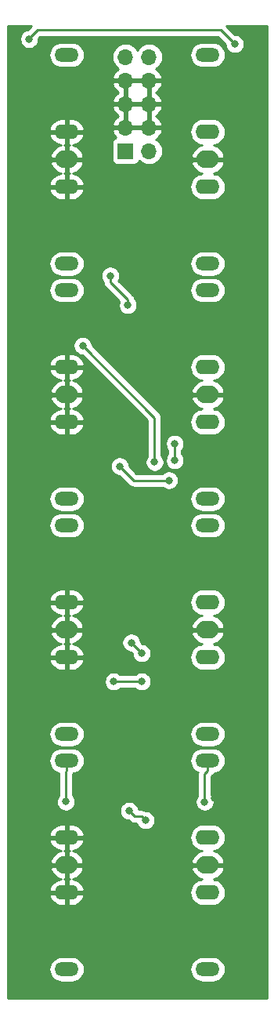
<source format=gbr>
G04 #@! TF.GenerationSoftware,KiCad,Pcbnew,5.1.4-e60b266~84~ubuntu18.04.1*
G04 #@! TF.CreationDate,2019-10-28T13:22:00+08:00*
G04 #@! TF.ProjectId,Lines,4c696e65-732e-46b6-9963-61645f706362,rev?*
G04 #@! TF.SameCoordinates,Original*
G04 #@! TF.FileFunction,Copper,L1,Top*
G04 #@! TF.FilePolarity,Positive*
%FSLAX46Y46*%
G04 Gerber Fmt 4.6, Leading zero omitted, Abs format (unit mm)*
G04 Created by KiCad (PCBNEW 5.1.4-e60b266~84~ubuntu18.04.1) date 2019-10-28 13:22:00*
%MOMM*%
%LPD*%
G04 APERTURE LIST*
%ADD10O,1.700000X1.700000*%
%ADD11R,1.700000X1.700000*%
%ADD12O,2.600000X1.500000*%
%ADD13O,2.400000X1.900000*%
%ADD14O,2.600000X1.600000*%
%ADD15C,0.800000*%
%ADD16C,0.250000*%
%ADD17C,0.254000*%
G04 APERTURE END LIST*
D10*
X128270000Y-52451000D03*
X125730000Y-52451000D03*
X128270000Y-54991000D03*
X125730000Y-54991000D03*
X128270000Y-57531000D03*
X125730000Y-57531000D03*
X128270000Y-60071000D03*
X125730000Y-60071000D03*
X128270000Y-62611000D03*
D11*
X125730000Y-62611000D03*
D12*
X134620000Y-150970000D03*
D13*
X134620000Y-139700000D03*
D14*
X134620000Y-142670000D03*
D12*
X134620000Y-128430000D03*
D13*
X134620000Y-139700000D03*
D14*
X134620000Y-136730000D03*
D12*
X134620000Y-125570000D03*
D13*
X134620000Y-114300000D03*
D14*
X134620000Y-117270000D03*
D12*
X134620000Y-103030000D03*
D13*
X134620000Y-114300000D03*
D14*
X134620000Y-111330000D03*
D12*
X134620000Y-100170000D03*
D13*
X134620000Y-88900000D03*
D14*
X134620000Y-91870000D03*
D12*
X134620000Y-77630000D03*
D13*
X134620000Y-88900000D03*
D14*
X134620000Y-85930000D03*
D12*
X134620000Y-74770000D03*
D13*
X134620000Y-63500000D03*
D14*
X134620000Y-66470000D03*
D12*
X134620000Y-52230000D03*
D13*
X134620000Y-63500000D03*
D14*
X134620000Y-60530000D03*
D12*
X119380000Y-150970000D03*
D13*
X119380000Y-139700000D03*
D14*
X119380000Y-142670000D03*
D12*
X119380000Y-128430000D03*
D13*
X119380000Y-139700000D03*
D14*
X119380000Y-136730000D03*
D12*
X119380000Y-125570000D03*
D13*
X119380000Y-114300000D03*
D14*
X119380000Y-117270000D03*
D12*
X119380000Y-103030000D03*
D13*
X119380000Y-114300000D03*
D14*
X119380000Y-111330000D03*
D12*
X119380000Y-100170000D03*
D13*
X119380000Y-88900000D03*
D14*
X119380000Y-91870000D03*
D12*
X119380000Y-77630000D03*
D13*
X119380000Y-88900000D03*
D14*
X119380000Y-85930000D03*
D12*
X119380000Y-74770000D03*
D13*
X119380000Y-63500000D03*
D14*
X119380000Y-66470000D03*
D12*
X119380000Y-52230000D03*
D13*
X119380000Y-63500000D03*
D14*
X119380000Y-60530000D03*
D15*
X131064000Y-96012000D03*
X131064000Y-94205500D03*
X125095000Y-96647000D03*
X130429000Y-98171000D03*
X137541000Y-51054000D03*
X115316000Y-50520000D03*
X119288800Y-132871000D03*
X134296800Y-132890600D03*
X125984000Y-79248000D03*
X124079000Y-76073000D03*
X128880000Y-96197100D03*
X121105800Y-83616800D03*
X127471000Y-116840000D03*
X126360347Y-115692347D03*
X124460000Y-119888000D03*
X127508000Y-119888000D03*
X127889000Y-134874000D03*
X126111000Y-133858000D03*
X124206500Y-144203200D03*
X123162600Y-148358500D03*
X124206500Y-117389000D03*
X116327300Y-54528800D03*
X129946500Y-146405000D03*
X132674000Y-69168000D03*
X124180500Y-109018700D03*
X124206500Y-122496200D03*
X129946500Y-119590300D03*
X129946500Y-108995000D03*
X129946500Y-81477000D03*
X135352500Y-132524400D03*
X118060200Y-132539500D03*
X136487700Y-94749500D03*
X117529000Y-94794000D03*
X121580000Y-69200600D03*
X140081000Y-70485000D03*
X114046000Y-70612000D03*
X132334000Y-79375000D03*
D16*
X131064000Y-96012000D02*
X131064000Y-94234000D01*
X131064000Y-94234000D02*
X131064000Y-94205500D01*
X125095000Y-96647000D02*
X125494999Y-97046999D01*
X125494999Y-97046999D02*
X126619000Y-98171000D01*
X126619000Y-98171000D02*
X130429000Y-98171000D01*
X137541000Y-51054000D02*
X136017000Y-49530000D01*
X136017000Y-49530000D02*
X116205000Y-49530000D01*
X116205000Y-49530000D02*
X115316000Y-50419000D01*
X115316000Y-50419000D02*
X115316000Y-50520000D01*
X119380000Y-129505300D02*
X119288800Y-129596500D01*
X119288800Y-129596500D02*
X119288800Y-132871000D01*
X119380000Y-128430000D02*
X119380000Y-129505300D01*
X134620000Y-128430000D02*
X134620000Y-129505300D01*
X134620000Y-129505300D02*
X134296800Y-129828500D01*
X134296800Y-129828500D02*
X134296800Y-132890600D01*
X125984000Y-78682315D02*
X124079000Y-76777315D01*
X125984000Y-79248000D02*
X125984000Y-78682315D01*
X124079000Y-76777315D02*
X124079000Y-76073000D01*
X121105800Y-83616800D02*
X128880000Y-91391000D01*
X128880000Y-91391000D02*
X128880000Y-96197100D01*
X127471000Y-116840000D02*
X127471000Y-116803000D01*
X127471000Y-116803000D02*
X126360347Y-115692347D01*
X124460000Y-119888000D02*
X127508000Y-119888000D01*
X127489001Y-134474001D02*
X126727001Y-134474001D01*
X127889000Y-134874000D02*
X127489001Y-134474001D01*
X126727001Y-134474001D02*
X126111000Y-133858000D01*
D17*
G36*
X115165549Y-49494650D02*
G01*
X115014102Y-49524774D01*
X114825744Y-49602795D01*
X114656226Y-49716063D01*
X114512063Y-49860226D01*
X114398795Y-50029744D01*
X114320774Y-50218102D01*
X114281000Y-50418061D01*
X114281000Y-50621939D01*
X114320774Y-50821898D01*
X114398795Y-51010256D01*
X114512063Y-51179774D01*
X114656226Y-51323937D01*
X114825744Y-51437205D01*
X115014102Y-51515226D01*
X115214061Y-51555000D01*
X115417939Y-51555000D01*
X115617898Y-51515226D01*
X115806256Y-51437205D01*
X115975774Y-51323937D01*
X116119937Y-51179774D01*
X116233205Y-51010256D01*
X116311226Y-50821898D01*
X116351000Y-50621939D01*
X116351000Y-50458802D01*
X116519802Y-50290000D01*
X135702199Y-50290000D01*
X136506000Y-51093802D01*
X136506000Y-51155939D01*
X136545774Y-51355898D01*
X136623795Y-51544256D01*
X136737063Y-51713774D01*
X136881226Y-51857937D01*
X137050744Y-51971205D01*
X137239102Y-52049226D01*
X137439061Y-52089000D01*
X137642939Y-52089000D01*
X137842898Y-52049226D01*
X138031256Y-51971205D01*
X138200774Y-51857937D01*
X138344937Y-51713774D01*
X138458205Y-51544256D01*
X138536226Y-51355898D01*
X138576000Y-51155939D01*
X138576000Y-50952061D01*
X138536226Y-50752102D01*
X138458205Y-50563744D01*
X138344937Y-50394226D01*
X138200774Y-50250063D01*
X138031256Y-50136795D01*
X137842898Y-50058774D01*
X137642939Y-50019000D01*
X137580802Y-50019000D01*
X136646798Y-49084997D01*
X141004957Y-49084997D01*
X141004956Y-154115078D01*
X112994984Y-154115078D01*
X112994984Y-150970000D01*
X117438299Y-150970000D01*
X117465040Y-151241507D01*
X117544236Y-151502581D01*
X117672843Y-151743188D01*
X117845919Y-151954081D01*
X118056812Y-152127157D01*
X118297419Y-152255764D01*
X118558493Y-152334960D01*
X118761963Y-152355000D01*
X119998037Y-152355000D01*
X120201507Y-152334960D01*
X120462581Y-152255764D01*
X120703188Y-152127157D01*
X120914081Y-151954081D01*
X121087157Y-151743188D01*
X121215764Y-151502581D01*
X121294960Y-151241507D01*
X121321701Y-150970000D01*
X132678299Y-150970000D01*
X132705040Y-151241507D01*
X132784236Y-151502581D01*
X132912843Y-151743188D01*
X133085919Y-151954081D01*
X133296812Y-152127157D01*
X133537419Y-152255764D01*
X133798493Y-152334960D01*
X134001963Y-152355000D01*
X135238037Y-152355000D01*
X135441507Y-152334960D01*
X135702581Y-152255764D01*
X135943188Y-152127157D01*
X136154081Y-151954081D01*
X136327157Y-151743188D01*
X136455764Y-151502581D01*
X136534960Y-151241507D01*
X136561701Y-150970000D01*
X136534960Y-150698493D01*
X136455764Y-150437419D01*
X136327157Y-150196812D01*
X136154081Y-149985919D01*
X135943188Y-149812843D01*
X135702581Y-149684236D01*
X135441507Y-149605040D01*
X135238037Y-149585000D01*
X134001963Y-149585000D01*
X133798493Y-149605040D01*
X133537419Y-149684236D01*
X133296812Y-149812843D01*
X133085919Y-149985919D01*
X132912843Y-150196812D01*
X132784236Y-150437419D01*
X132705040Y-150698493D01*
X132678299Y-150970000D01*
X121321701Y-150970000D01*
X121294960Y-150698493D01*
X121215764Y-150437419D01*
X121087157Y-150196812D01*
X120914081Y-149985919D01*
X120703188Y-149812843D01*
X120462581Y-149684236D01*
X120201507Y-149605040D01*
X119998037Y-149585000D01*
X118761963Y-149585000D01*
X118558493Y-149605040D01*
X118297419Y-149684236D01*
X118056812Y-149812843D01*
X117845919Y-149985919D01*
X117672843Y-150196812D01*
X117544236Y-150437419D01*
X117465040Y-150698493D01*
X117438299Y-150970000D01*
X112994984Y-150970000D01*
X112994984Y-143019039D01*
X117488096Y-143019039D01*
X117505633Y-143101818D01*
X117616285Y-143361646D01*
X117775500Y-143594895D01*
X117977161Y-143792601D01*
X118213517Y-143947166D01*
X118475486Y-144052650D01*
X118753000Y-144105000D01*
X119253000Y-144105000D01*
X119253000Y-142797000D01*
X119507000Y-142797000D01*
X119507000Y-144105000D01*
X120007000Y-144105000D01*
X120284514Y-144052650D01*
X120546483Y-143947166D01*
X120782839Y-143792601D01*
X120984500Y-143594895D01*
X121143715Y-143361646D01*
X121254367Y-143101818D01*
X121271904Y-143019039D01*
X121149915Y-142797000D01*
X119507000Y-142797000D01*
X119253000Y-142797000D01*
X117610085Y-142797000D01*
X117488096Y-143019039D01*
X112994984Y-143019039D01*
X112994984Y-142670000D01*
X132678057Y-142670000D01*
X132705764Y-142951309D01*
X132787818Y-143221808D01*
X132921068Y-143471101D01*
X133100392Y-143689608D01*
X133318899Y-143868932D01*
X133568192Y-144002182D01*
X133838691Y-144084236D01*
X134049508Y-144105000D01*
X135190492Y-144105000D01*
X135401309Y-144084236D01*
X135671808Y-144002182D01*
X135921101Y-143868932D01*
X136139608Y-143689608D01*
X136318932Y-143471101D01*
X136452182Y-143221808D01*
X136534236Y-142951309D01*
X136561943Y-142670000D01*
X136534236Y-142388691D01*
X136452182Y-142118192D01*
X136318932Y-141868899D01*
X136139608Y-141650392D01*
X135921101Y-141471068D01*
X135671808Y-141337818D01*
X135401309Y-141255764D01*
X135261622Y-141242006D01*
X135304900Y-141234218D01*
X135595855Y-141119894D01*
X135858915Y-140951004D01*
X136083972Y-140734039D01*
X136262377Y-140477336D01*
X136387274Y-140190760D01*
X136410586Y-140072588D01*
X136290584Y-139827000D01*
X134747000Y-139827000D01*
X134747000Y-139847000D01*
X134493000Y-139847000D01*
X134493000Y-139827000D01*
X132949416Y-139827000D01*
X132829414Y-140072588D01*
X132852726Y-140190760D01*
X132977623Y-140477336D01*
X133156028Y-140734039D01*
X133381085Y-140951004D01*
X133644145Y-141119894D01*
X133935100Y-141234218D01*
X133978378Y-141242006D01*
X133838691Y-141255764D01*
X133568192Y-141337818D01*
X133318899Y-141471068D01*
X133100392Y-141650392D01*
X132921068Y-141868899D01*
X132787818Y-142118192D01*
X132705764Y-142388691D01*
X132678057Y-142670000D01*
X112994984Y-142670000D01*
X112994984Y-142320961D01*
X117488096Y-142320961D01*
X117610085Y-142543000D01*
X119253000Y-142543000D01*
X119253000Y-141235000D01*
X119088986Y-141235000D01*
X119253000Y-141131166D01*
X119253000Y-139827000D01*
X119507000Y-139827000D01*
X119507000Y-141131166D01*
X119671014Y-141235000D01*
X119507000Y-141235000D01*
X119507000Y-142543000D01*
X121149915Y-142543000D01*
X121271904Y-142320961D01*
X121254367Y-142238182D01*
X121143715Y-141978354D01*
X120984500Y-141745105D01*
X120782839Y-141547399D01*
X120546483Y-141392834D01*
X120284514Y-141287350D01*
X120033146Y-141239932D01*
X120064900Y-141234218D01*
X120355855Y-141119894D01*
X120618915Y-140951004D01*
X120843972Y-140734039D01*
X121022377Y-140477336D01*
X121147274Y-140190760D01*
X121170586Y-140072588D01*
X121050584Y-139827000D01*
X119507000Y-139827000D01*
X119253000Y-139827000D01*
X117709416Y-139827000D01*
X117589414Y-140072588D01*
X117612726Y-140190760D01*
X117737623Y-140477336D01*
X117916028Y-140734039D01*
X118141085Y-140951004D01*
X118404145Y-141119894D01*
X118695100Y-141234218D01*
X118726854Y-141239932D01*
X118475486Y-141287350D01*
X118213517Y-141392834D01*
X117977161Y-141547399D01*
X117775500Y-141745105D01*
X117616285Y-141978354D01*
X117505633Y-142238182D01*
X117488096Y-142320961D01*
X112994984Y-142320961D01*
X112994984Y-137079039D01*
X117488096Y-137079039D01*
X117505633Y-137161818D01*
X117616285Y-137421646D01*
X117775500Y-137654895D01*
X117977161Y-137852601D01*
X118213517Y-138007166D01*
X118475486Y-138112650D01*
X118726854Y-138160068D01*
X118695100Y-138165782D01*
X118404145Y-138280106D01*
X118141085Y-138448996D01*
X117916028Y-138665961D01*
X117737623Y-138922664D01*
X117612726Y-139209240D01*
X117589414Y-139327412D01*
X117709416Y-139573000D01*
X119253000Y-139573000D01*
X119253000Y-138268834D01*
X119088986Y-138165000D01*
X119253000Y-138165000D01*
X119253000Y-136857000D01*
X119507000Y-136857000D01*
X119507000Y-138165000D01*
X119671014Y-138165000D01*
X119507000Y-138268834D01*
X119507000Y-139573000D01*
X121050584Y-139573000D01*
X121170586Y-139327412D01*
X121147274Y-139209240D01*
X121022377Y-138922664D01*
X120843972Y-138665961D01*
X120618915Y-138448996D01*
X120355855Y-138280106D01*
X120064900Y-138165782D01*
X120033146Y-138160068D01*
X120284514Y-138112650D01*
X120546483Y-138007166D01*
X120782839Y-137852601D01*
X120984500Y-137654895D01*
X121143715Y-137421646D01*
X121254367Y-137161818D01*
X121271904Y-137079039D01*
X121149915Y-136857000D01*
X119507000Y-136857000D01*
X119253000Y-136857000D01*
X117610085Y-136857000D01*
X117488096Y-137079039D01*
X112994984Y-137079039D01*
X112994984Y-136730000D01*
X132678057Y-136730000D01*
X132705764Y-137011309D01*
X132787818Y-137281808D01*
X132921068Y-137531101D01*
X133100392Y-137749608D01*
X133318899Y-137928932D01*
X133568192Y-138062182D01*
X133838691Y-138144236D01*
X133978378Y-138157994D01*
X133935100Y-138165782D01*
X133644145Y-138280106D01*
X133381085Y-138448996D01*
X133156028Y-138665961D01*
X132977623Y-138922664D01*
X132852726Y-139209240D01*
X132829414Y-139327412D01*
X132949416Y-139573000D01*
X134493000Y-139573000D01*
X134493000Y-139553000D01*
X134747000Y-139553000D01*
X134747000Y-139573000D01*
X136290584Y-139573000D01*
X136410586Y-139327412D01*
X136387274Y-139209240D01*
X136262377Y-138922664D01*
X136083972Y-138665961D01*
X135858915Y-138448996D01*
X135595855Y-138280106D01*
X135304900Y-138165782D01*
X135261622Y-138157994D01*
X135401309Y-138144236D01*
X135671808Y-138062182D01*
X135921101Y-137928932D01*
X136139608Y-137749608D01*
X136318932Y-137531101D01*
X136452182Y-137281808D01*
X136534236Y-137011309D01*
X136561943Y-136730000D01*
X136534236Y-136448691D01*
X136452182Y-136178192D01*
X136318932Y-135928899D01*
X136139608Y-135710392D01*
X135921101Y-135531068D01*
X135671808Y-135397818D01*
X135401309Y-135315764D01*
X135190492Y-135295000D01*
X134049508Y-135295000D01*
X133838691Y-135315764D01*
X133568192Y-135397818D01*
X133318899Y-135531068D01*
X133100392Y-135710392D01*
X132921068Y-135928899D01*
X132787818Y-136178192D01*
X132705764Y-136448691D01*
X132678057Y-136730000D01*
X112994984Y-136730000D01*
X112994984Y-136380961D01*
X117488096Y-136380961D01*
X117610085Y-136603000D01*
X119253000Y-136603000D01*
X119253000Y-135295000D01*
X119507000Y-135295000D01*
X119507000Y-136603000D01*
X121149915Y-136603000D01*
X121271904Y-136380961D01*
X121254367Y-136298182D01*
X121143715Y-136038354D01*
X120984500Y-135805105D01*
X120782839Y-135607399D01*
X120546483Y-135452834D01*
X120284514Y-135347350D01*
X120007000Y-135295000D01*
X119507000Y-135295000D01*
X119253000Y-135295000D01*
X118753000Y-135295000D01*
X118475486Y-135347350D01*
X118213517Y-135452834D01*
X117977161Y-135607399D01*
X117775500Y-135805105D01*
X117616285Y-136038354D01*
X117505633Y-136298182D01*
X117488096Y-136380961D01*
X112994984Y-136380961D01*
X112994984Y-128430000D01*
X117438299Y-128430000D01*
X117465040Y-128701507D01*
X117544236Y-128962581D01*
X117672843Y-129203188D01*
X117845919Y-129414081D01*
X118056812Y-129587157D01*
X118297419Y-129715764D01*
X118528800Y-129785953D01*
X118528801Y-132167288D01*
X118484863Y-132211226D01*
X118371595Y-132380744D01*
X118293574Y-132569102D01*
X118253800Y-132769061D01*
X118253800Y-132972939D01*
X118293574Y-133172898D01*
X118371595Y-133361256D01*
X118484863Y-133530774D01*
X118629026Y-133674937D01*
X118798544Y-133788205D01*
X118986902Y-133866226D01*
X119186861Y-133906000D01*
X119390739Y-133906000D01*
X119590698Y-133866226D01*
X119779056Y-133788205D01*
X119827163Y-133756061D01*
X125076000Y-133756061D01*
X125076000Y-133959939D01*
X125115774Y-134159898D01*
X125193795Y-134348256D01*
X125307063Y-134517774D01*
X125451226Y-134661937D01*
X125620744Y-134775205D01*
X125809102Y-134853226D01*
X126009061Y-134893000D01*
X126071198Y-134893000D01*
X126163201Y-134985003D01*
X126187000Y-135014002D01*
X126215998Y-135037800D01*
X126302724Y-135108975D01*
X126409870Y-135166246D01*
X126434754Y-135179547D01*
X126578015Y-135223004D01*
X126689668Y-135234001D01*
X126689678Y-135234001D01*
X126727001Y-135237677D01*
X126764324Y-135234001D01*
X126917841Y-135234001D01*
X126971795Y-135364256D01*
X127085063Y-135533774D01*
X127229226Y-135677937D01*
X127398744Y-135791205D01*
X127587102Y-135869226D01*
X127787061Y-135909000D01*
X127990939Y-135909000D01*
X128190898Y-135869226D01*
X128379256Y-135791205D01*
X128548774Y-135677937D01*
X128692937Y-135533774D01*
X128806205Y-135364256D01*
X128884226Y-135175898D01*
X128924000Y-134975939D01*
X128924000Y-134772061D01*
X128884226Y-134572102D01*
X128806205Y-134383744D01*
X128692937Y-134214226D01*
X128548774Y-134070063D01*
X128379256Y-133956795D01*
X128190898Y-133878774D01*
X127990939Y-133839000D01*
X127913226Y-133839000D01*
X127781248Y-133768455D01*
X127637987Y-133724998D01*
X127526334Y-133714001D01*
X127526323Y-133714001D01*
X127489001Y-133710325D01*
X127451679Y-133714001D01*
X127137634Y-133714001D01*
X127106226Y-133556102D01*
X127028205Y-133367744D01*
X126914937Y-133198226D01*
X126770774Y-133054063D01*
X126601256Y-132940795D01*
X126412898Y-132862774D01*
X126212939Y-132823000D01*
X126009061Y-132823000D01*
X125809102Y-132862774D01*
X125620744Y-132940795D01*
X125451226Y-133054063D01*
X125307063Y-133198226D01*
X125193795Y-133367744D01*
X125115774Y-133556102D01*
X125076000Y-133756061D01*
X119827163Y-133756061D01*
X119948574Y-133674937D01*
X120092737Y-133530774D01*
X120206005Y-133361256D01*
X120284026Y-133172898D01*
X120323800Y-132972939D01*
X120323800Y-132769061D01*
X120284026Y-132569102D01*
X120206005Y-132380744D01*
X120092737Y-132211226D01*
X120048800Y-132167289D01*
X120048800Y-129866293D01*
X120080562Y-129806872D01*
X120201507Y-129794960D01*
X120462581Y-129715764D01*
X120703188Y-129587157D01*
X120914081Y-129414081D01*
X121087157Y-129203188D01*
X121215764Y-128962581D01*
X121294960Y-128701507D01*
X121321701Y-128430000D01*
X132678299Y-128430000D01*
X132705040Y-128701507D01*
X132784236Y-128962581D01*
X132912843Y-129203188D01*
X133085919Y-129414081D01*
X133296812Y-129587157D01*
X133537419Y-129715764D01*
X133544029Y-129717769D01*
X133536800Y-129791168D01*
X133536800Y-129791178D01*
X133533124Y-129828500D01*
X133536800Y-129865823D01*
X133536801Y-132186888D01*
X133492863Y-132230826D01*
X133379595Y-132400344D01*
X133301574Y-132588702D01*
X133261800Y-132788661D01*
X133261800Y-132992539D01*
X133301574Y-133192498D01*
X133379595Y-133380856D01*
X133492863Y-133550374D01*
X133637026Y-133694537D01*
X133806544Y-133807805D01*
X133994902Y-133885826D01*
X134194861Y-133925600D01*
X134398739Y-133925600D01*
X134598698Y-133885826D01*
X134787056Y-133807805D01*
X134956574Y-133694537D01*
X135100737Y-133550374D01*
X135214005Y-133380856D01*
X135292026Y-133192498D01*
X135331800Y-132992539D01*
X135331800Y-132788661D01*
X135292026Y-132588702D01*
X135214005Y-132400344D01*
X135100737Y-132230826D01*
X135056800Y-132186889D01*
X135056800Y-130143301D01*
X135130997Y-130069104D01*
X135160001Y-130045301D01*
X135254974Y-129929576D01*
X135320562Y-129806872D01*
X135441507Y-129794960D01*
X135702581Y-129715764D01*
X135943188Y-129587157D01*
X136154081Y-129414081D01*
X136327157Y-129203188D01*
X136455764Y-128962581D01*
X136534960Y-128701507D01*
X136561701Y-128430000D01*
X136534960Y-128158493D01*
X136455764Y-127897419D01*
X136327157Y-127656812D01*
X136154081Y-127445919D01*
X135943188Y-127272843D01*
X135702581Y-127144236D01*
X135441507Y-127065040D01*
X135238037Y-127045000D01*
X134001963Y-127045000D01*
X133798493Y-127065040D01*
X133537419Y-127144236D01*
X133296812Y-127272843D01*
X133085919Y-127445919D01*
X132912843Y-127656812D01*
X132784236Y-127897419D01*
X132705040Y-128158493D01*
X132678299Y-128430000D01*
X121321701Y-128430000D01*
X121294960Y-128158493D01*
X121215764Y-127897419D01*
X121087157Y-127656812D01*
X120914081Y-127445919D01*
X120703188Y-127272843D01*
X120462581Y-127144236D01*
X120201507Y-127065040D01*
X119998037Y-127045000D01*
X118761963Y-127045000D01*
X118558493Y-127065040D01*
X118297419Y-127144236D01*
X118056812Y-127272843D01*
X117845919Y-127445919D01*
X117672843Y-127656812D01*
X117544236Y-127897419D01*
X117465040Y-128158493D01*
X117438299Y-128430000D01*
X112994984Y-128430000D01*
X112994984Y-125570000D01*
X117438299Y-125570000D01*
X117465040Y-125841507D01*
X117544236Y-126102581D01*
X117672843Y-126343188D01*
X117845919Y-126554081D01*
X118056812Y-126727157D01*
X118297419Y-126855764D01*
X118558493Y-126934960D01*
X118761963Y-126955000D01*
X119998037Y-126955000D01*
X120201507Y-126934960D01*
X120462581Y-126855764D01*
X120703188Y-126727157D01*
X120914081Y-126554081D01*
X121087157Y-126343188D01*
X121215764Y-126102581D01*
X121294960Y-125841507D01*
X121321701Y-125570000D01*
X132678299Y-125570000D01*
X132705040Y-125841507D01*
X132784236Y-126102581D01*
X132912843Y-126343188D01*
X133085919Y-126554081D01*
X133296812Y-126727157D01*
X133537419Y-126855764D01*
X133798493Y-126934960D01*
X134001963Y-126955000D01*
X135238037Y-126955000D01*
X135441507Y-126934960D01*
X135702581Y-126855764D01*
X135943188Y-126727157D01*
X136154081Y-126554081D01*
X136327157Y-126343188D01*
X136455764Y-126102581D01*
X136534960Y-125841507D01*
X136561701Y-125570000D01*
X136534960Y-125298493D01*
X136455764Y-125037419D01*
X136327157Y-124796812D01*
X136154081Y-124585919D01*
X135943188Y-124412843D01*
X135702581Y-124284236D01*
X135441507Y-124205040D01*
X135238037Y-124185000D01*
X134001963Y-124185000D01*
X133798493Y-124205040D01*
X133537419Y-124284236D01*
X133296812Y-124412843D01*
X133085919Y-124585919D01*
X132912843Y-124796812D01*
X132784236Y-125037419D01*
X132705040Y-125298493D01*
X132678299Y-125570000D01*
X121321701Y-125570000D01*
X121294960Y-125298493D01*
X121215764Y-125037419D01*
X121087157Y-124796812D01*
X120914081Y-124585919D01*
X120703188Y-124412843D01*
X120462581Y-124284236D01*
X120201507Y-124205040D01*
X119998037Y-124185000D01*
X118761963Y-124185000D01*
X118558493Y-124205040D01*
X118297419Y-124284236D01*
X118056812Y-124412843D01*
X117845919Y-124585919D01*
X117672843Y-124796812D01*
X117544236Y-125037419D01*
X117465040Y-125298493D01*
X117438299Y-125570000D01*
X112994984Y-125570000D01*
X112994984Y-119786061D01*
X123425000Y-119786061D01*
X123425000Y-119989939D01*
X123464774Y-120189898D01*
X123542795Y-120378256D01*
X123656063Y-120547774D01*
X123800226Y-120691937D01*
X123969744Y-120805205D01*
X124158102Y-120883226D01*
X124358061Y-120923000D01*
X124561939Y-120923000D01*
X124761898Y-120883226D01*
X124950256Y-120805205D01*
X125119774Y-120691937D01*
X125163711Y-120648000D01*
X126804289Y-120648000D01*
X126848226Y-120691937D01*
X127017744Y-120805205D01*
X127206102Y-120883226D01*
X127406061Y-120923000D01*
X127609939Y-120923000D01*
X127809898Y-120883226D01*
X127998256Y-120805205D01*
X128167774Y-120691937D01*
X128311937Y-120547774D01*
X128425205Y-120378256D01*
X128503226Y-120189898D01*
X128543000Y-119989939D01*
X128543000Y-119786061D01*
X128503226Y-119586102D01*
X128425205Y-119397744D01*
X128311937Y-119228226D01*
X128167774Y-119084063D01*
X127998256Y-118970795D01*
X127809898Y-118892774D01*
X127609939Y-118853000D01*
X127406061Y-118853000D01*
X127206102Y-118892774D01*
X127017744Y-118970795D01*
X126848226Y-119084063D01*
X126804289Y-119128000D01*
X125163711Y-119128000D01*
X125119774Y-119084063D01*
X124950256Y-118970795D01*
X124761898Y-118892774D01*
X124561939Y-118853000D01*
X124358061Y-118853000D01*
X124158102Y-118892774D01*
X123969744Y-118970795D01*
X123800226Y-119084063D01*
X123656063Y-119228226D01*
X123542795Y-119397744D01*
X123464774Y-119586102D01*
X123425000Y-119786061D01*
X112994984Y-119786061D01*
X112994984Y-117619039D01*
X117488096Y-117619039D01*
X117505633Y-117701818D01*
X117616285Y-117961646D01*
X117775500Y-118194895D01*
X117977161Y-118392601D01*
X118213517Y-118547166D01*
X118475486Y-118652650D01*
X118753000Y-118705000D01*
X119253000Y-118705000D01*
X119253000Y-117397000D01*
X119507000Y-117397000D01*
X119507000Y-118705000D01*
X120007000Y-118705000D01*
X120284514Y-118652650D01*
X120546483Y-118547166D01*
X120782839Y-118392601D01*
X120984500Y-118194895D01*
X121143715Y-117961646D01*
X121254367Y-117701818D01*
X121271904Y-117619039D01*
X121149915Y-117397000D01*
X119507000Y-117397000D01*
X119253000Y-117397000D01*
X117610085Y-117397000D01*
X117488096Y-117619039D01*
X112994984Y-117619039D01*
X112994984Y-116920961D01*
X117488096Y-116920961D01*
X117610085Y-117143000D01*
X119253000Y-117143000D01*
X119253000Y-115835000D01*
X119088986Y-115835000D01*
X119253000Y-115731166D01*
X119253000Y-114427000D01*
X119507000Y-114427000D01*
X119507000Y-115731166D01*
X119671014Y-115835000D01*
X119507000Y-115835000D01*
X119507000Y-117143000D01*
X121149915Y-117143000D01*
X121271904Y-116920961D01*
X121254367Y-116838182D01*
X121143715Y-116578354D01*
X120984500Y-116345105D01*
X120782839Y-116147399D01*
X120546483Y-115992834D01*
X120284514Y-115887350D01*
X120033146Y-115839932D01*
X120064900Y-115834218D01*
X120355855Y-115719894D01*
X120557540Y-115590408D01*
X125325347Y-115590408D01*
X125325347Y-115794286D01*
X125365121Y-115994245D01*
X125443142Y-116182603D01*
X125556410Y-116352121D01*
X125700573Y-116496284D01*
X125870091Y-116609552D01*
X126058449Y-116687573D01*
X126258408Y-116727347D01*
X126320546Y-116727347D01*
X126436000Y-116842802D01*
X126436000Y-116941939D01*
X126475774Y-117141898D01*
X126553795Y-117330256D01*
X126667063Y-117499774D01*
X126811226Y-117643937D01*
X126980744Y-117757205D01*
X127169102Y-117835226D01*
X127369061Y-117875000D01*
X127572939Y-117875000D01*
X127772898Y-117835226D01*
X127961256Y-117757205D01*
X128130774Y-117643937D01*
X128274937Y-117499774D01*
X128388205Y-117330256D01*
X128413164Y-117270000D01*
X132678057Y-117270000D01*
X132705764Y-117551309D01*
X132787818Y-117821808D01*
X132921068Y-118071101D01*
X133100392Y-118289608D01*
X133318899Y-118468932D01*
X133568192Y-118602182D01*
X133838691Y-118684236D01*
X134049508Y-118705000D01*
X135190492Y-118705000D01*
X135401309Y-118684236D01*
X135671808Y-118602182D01*
X135921101Y-118468932D01*
X136139608Y-118289608D01*
X136318932Y-118071101D01*
X136452182Y-117821808D01*
X136534236Y-117551309D01*
X136561943Y-117270000D01*
X136534236Y-116988691D01*
X136452182Y-116718192D01*
X136318932Y-116468899D01*
X136139608Y-116250392D01*
X135921101Y-116071068D01*
X135671808Y-115937818D01*
X135401309Y-115855764D01*
X135261622Y-115842006D01*
X135304900Y-115834218D01*
X135595855Y-115719894D01*
X135858915Y-115551004D01*
X136083972Y-115334039D01*
X136262377Y-115077336D01*
X136387274Y-114790760D01*
X136410586Y-114672588D01*
X136290584Y-114427000D01*
X134747000Y-114427000D01*
X134747000Y-114447000D01*
X134493000Y-114447000D01*
X134493000Y-114427000D01*
X132949416Y-114427000D01*
X132829414Y-114672588D01*
X132852726Y-114790760D01*
X132977623Y-115077336D01*
X133156028Y-115334039D01*
X133381085Y-115551004D01*
X133644145Y-115719894D01*
X133935100Y-115834218D01*
X133978378Y-115842006D01*
X133838691Y-115855764D01*
X133568192Y-115937818D01*
X133318899Y-116071068D01*
X133100392Y-116250392D01*
X132921068Y-116468899D01*
X132787818Y-116718192D01*
X132705764Y-116988691D01*
X132678057Y-117270000D01*
X128413164Y-117270000D01*
X128466226Y-117141898D01*
X128506000Y-116941939D01*
X128506000Y-116738061D01*
X128466226Y-116538102D01*
X128388205Y-116349744D01*
X128274937Y-116180226D01*
X128130774Y-116036063D01*
X127961256Y-115922795D01*
X127772898Y-115844774D01*
X127572939Y-115805000D01*
X127547802Y-115805000D01*
X127395347Y-115652546D01*
X127395347Y-115590408D01*
X127355573Y-115390449D01*
X127277552Y-115202091D01*
X127164284Y-115032573D01*
X127020121Y-114888410D01*
X126850603Y-114775142D01*
X126662245Y-114697121D01*
X126462286Y-114657347D01*
X126258408Y-114657347D01*
X126058449Y-114697121D01*
X125870091Y-114775142D01*
X125700573Y-114888410D01*
X125556410Y-115032573D01*
X125443142Y-115202091D01*
X125365121Y-115390449D01*
X125325347Y-115590408D01*
X120557540Y-115590408D01*
X120618915Y-115551004D01*
X120843972Y-115334039D01*
X121022377Y-115077336D01*
X121147274Y-114790760D01*
X121170586Y-114672588D01*
X121050584Y-114427000D01*
X119507000Y-114427000D01*
X119253000Y-114427000D01*
X117709416Y-114427000D01*
X117589414Y-114672588D01*
X117612726Y-114790760D01*
X117737623Y-115077336D01*
X117916028Y-115334039D01*
X118141085Y-115551004D01*
X118404145Y-115719894D01*
X118695100Y-115834218D01*
X118726854Y-115839932D01*
X118475486Y-115887350D01*
X118213517Y-115992834D01*
X117977161Y-116147399D01*
X117775500Y-116345105D01*
X117616285Y-116578354D01*
X117505633Y-116838182D01*
X117488096Y-116920961D01*
X112994984Y-116920961D01*
X112994984Y-111679039D01*
X117488096Y-111679039D01*
X117505633Y-111761818D01*
X117616285Y-112021646D01*
X117775500Y-112254895D01*
X117977161Y-112452601D01*
X118213517Y-112607166D01*
X118475486Y-112712650D01*
X118726854Y-112760068D01*
X118695100Y-112765782D01*
X118404145Y-112880106D01*
X118141085Y-113048996D01*
X117916028Y-113265961D01*
X117737623Y-113522664D01*
X117612726Y-113809240D01*
X117589414Y-113927412D01*
X117709416Y-114173000D01*
X119253000Y-114173000D01*
X119253000Y-112868834D01*
X119088986Y-112765000D01*
X119253000Y-112765000D01*
X119253000Y-111457000D01*
X119507000Y-111457000D01*
X119507000Y-112765000D01*
X119671014Y-112765000D01*
X119507000Y-112868834D01*
X119507000Y-114173000D01*
X121050584Y-114173000D01*
X121170586Y-113927412D01*
X121147274Y-113809240D01*
X121022377Y-113522664D01*
X120843972Y-113265961D01*
X120618915Y-113048996D01*
X120355855Y-112880106D01*
X120064900Y-112765782D01*
X120033146Y-112760068D01*
X120284514Y-112712650D01*
X120546483Y-112607166D01*
X120782839Y-112452601D01*
X120984500Y-112254895D01*
X121143715Y-112021646D01*
X121254367Y-111761818D01*
X121271904Y-111679039D01*
X121149915Y-111457000D01*
X119507000Y-111457000D01*
X119253000Y-111457000D01*
X117610085Y-111457000D01*
X117488096Y-111679039D01*
X112994984Y-111679039D01*
X112994984Y-111330000D01*
X132678057Y-111330000D01*
X132705764Y-111611309D01*
X132787818Y-111881808D01*
X132921068Y-112131101D01*
X133100392Y-112349608D01*
X133318899Y-112528932D01*
X133568192Y-112662182D01*
X133838691Y-112744236D01*
X133978378Y-112757994D01*
X133935100Y-112765782D01*
X133644145Y-112880106D01*
X133381085Y-113048996D01*
X133156028Y-113265961D01*
X132977623Y-113522664D01*
X132852726Y-113809240D01*
X132829414Y-113927412D01*
X132949416Y-114173000D01*
X134493000Y-114173000D01*
X134493000Y-114153000D01*
X134747000Y-114153000D01*
X134747000Y-114173000D01*
X136290584Y-114173000D01*
X136410586Y-113927412D01*
X136387274Y-113809240D01*
X136262377Y-113522664D01*
X136083972Y-113265961D01*
X135858915Y-113048996D01*
X135595855Y-112880106D01*
X135304900Y-112765782D01*
X135261622Y-112757994D01*
X135401309Y-112744236D01*
X135671808Y-112662182D01*
X135921101Y-112528932D01*
X136139608Y-112349608D01*
X136318932Y-112131101D01*
X136452182Y-111881808D01*
X136534236Y-111611309D01*
X136561943Y-111330000D01*
X136534236Y-111048691D01*
X136452182Y-110778192D01*
X136318932Y-110528899D01*
X136139608Y-110310392D01*
X135921101Y-110131068D01*
X135671808Y-109997818D01*
X135401309Y-109915764D01*
X135190492Y-109895000D01*
X134049508Y-109895000D01*
X133838691Y-109915764D01*
X133568192Y-109997818D01*
X133318899Y-110131068D01*
X133100392Y-110310392D01*
X132921068Y-110528899D01*
X132787818Y-110778192D01*
X132705764Y-111048691D01*
X132678057Y-111330000D01*
X112994984Y-111330000D01*
X112994984Y-110980961D01*
X117488096Y-110980961D01*
X117610085Y-111203000D01*
X119253000Y-111203000D01*
X119253000Y-109895000D01*
X119507000Y-109895000D01*
X119507000Y-111203000D01*
X121149915Y-111203000D01*
X121271904Y-110980961D01*
X121254367Y-110898182D01*
X121143715Y-110638354D01*
X120984500Y-110405105D01*
X120782839Y-110207399D01*
X120546483Y-110052834D01*
X120284514Y-109947350D01*
X120007000Y-109895000D01*
X119507000Y-109895000D01*
X119253000Y-109895000D01*
X118753000Y-109895000D01*
X118475486Y-109947350D01*
X118213517Y-110052834D01*
X117977161Y-110207399D01*
X117775500Y-110405105D01*
X117616285Y-110638354D01*
X117505633Y-110898182D01*
X117488096Y-110980961D01*
X112994984Y-110980961D01*
X112994984Y-103030000D01*
X117438299Y-103030000D01*
X117465040Y-103301507D01*
X117544236Y-103562581D01*
X117672843Y-103803188D01*
X117845919Y-104014081D01*
X118056812Y-104187157D01*
X118297419Y-104315764D01*
X118558493Y-104394960D01*
X118761963Y-104415000D01*
X119998037Y-104415000D01*
X120201507Y-104394960D01*
X120462581Y-104315764D01*
X120703188Y-104187157D01*
X120914081Y-104014081D01*
X121087157Y-103803188D01*
X121215764Y-103562581D01*
X121294960Y-103301507D01*
X121321701Y-103030000D01*
X132678299Y-103030000D01*
X132705040Y-103301507D01*
X132784236Y-103562581D01*
X132912843Y-103803188D01*
X133085919Y-104014081D01*
X133296812Y-104187157D01*
X133537419Y-104315764D01*
X133798493Y-104394960D01*
X134001963Y-104415000D01*
X135238037Y-104415000D01*
X135441507Y-104394960D01*
X135702581Y-104315764D01*
X135943188Y-104187157D01*
X136154081Y-104014081D01*
X136327157Y-103803188D01*
X136455764Y-103562581D01*
X136534960Y-103301507D01*
X136561701Y-103030000D01*
X136534960Y-102758493D01*
X136455764Y-102497419D01*
X136327157Y-102256812D01*
X136154081Y-102045919D01*
X135943188Y-101872843D01*
X135702581Y-101744236D01*
X135441507Y-101665040D01*
X135238037Y-101645000D01*
X134001963Y-101645000D01*
X133798493Y-101665040D01*
X133537419Y-101744236D01*
X133296812Y-101872843D01*
X133085919Y-102045919D01*
X132912843Y-102256812D01*
X132784236Y-102497419D01*
X132705040Y-102758493D01*
X132678299Y-103030000D01*
X121321701Y-103030000D01*
X121294960Y-102758493D01*
X121215764Y-102497419D01*
X121087157Y-102256812D01*
X120914081Y-102045919D01*
X120703188Y-101872843D01*
X120462581Y-101744236D01*
X120201507Y-101665040D01*
X119998037Y-101645000D01*
X118761963Y-101645000D01*
X118558493Y-101665040D01*
X118297419Y-101744236D01*
X118056812Y-101872843D01*
X117845919Y-102045919D01*
X117672843Y-102256812D01*
X117544236Y-102497419D01*
X117465040Y-102758493D01*
X117438299Y-103030000D01*
X112994984Y-103030000D01*
X112994984Y-100170000D01*
X117438299Y-100170000D01*
X117465040Y-100441507D01*
X117544236Y-100702581D01*
X117672843Y-100943188D01*
X117845919Y-101154081D01*
X118056812Y-101327157D01*
X118297419Y-101455764D01*
X118558493Y-101534960D01*
X118761963Y-101555000D01*
X119998037Y-101555000D01*
X120201507Y-101534960D01*
X120462581Y-101455764D01*
X120703188Y-101327157D01*
X120914081Y-101154081D01*
X121087157Y-100943188D01*
X121215764Y-100702581D01*
X121294960Y-100441507D01*
X121321701Y-100170000D01*
X132678299Y-100170000D01*
X132705040Y-100441507D01*
X132784236Y-100702581D01*
X132912843Y-100943188D01*
X133085919Y-101154081D01*
X133296812Y-101327157D01*
X133537419Y-101455764D01*
X133798493Y-101534960D01*
X134001963Y-101555000D01*
X135238037Y-101555000D01*
X135441507Y-101534960D01*
X135702581Y-101455764D01*
X135943188Y-101327157D01*
X136154081Y-101154081D01*
X136327157Y-100943188D01*
X136455764Y-100702581D01*
X136534960Y-100441507D01*
X136561701Y-100170000D01*
X136534960Y-99898493D01*
X136455764Y-99637419D01*
X136327157Y-99396812D01*
X136154081Y-99185919D01*
X135943188Y-99012843D01*
X135702581Y-98884236D01*
X135441507Y-98805040D01*
X135238037Y-98785000D01*
X134001963Y-98785000D01*
X133798493Y-98805040D01*
X133537419Y-98884236D01*
X133296812Y-99012843D01*
X133085919Y-99185919D01*
X132912843Y-99396812D01*
X132784236Y-99637419D01*
X132705040Y-99898493D01*
X132678299Y-100170000D01*
X121321701Y-100170000D01*
X121294960Y-99898493D01*
X121215764Y-99637419D01*
X121087157Y-99396812D01*
X120914081Y-99185919D01*
X120703188Y-99012843D01*
X120462581Y-98884236D01*
X120201507Y-98805040D01*
X119998037Y-98785000D01*
X118761963Y-98785000D01*
X118558493Y-98805040D01*
X118297419Y-98884236D01*
X118056812Y-99012843D01*
X117845919Y-99185919D01*
X117672843Y-99396812D01*
X117544236Y-99637419D01*
X117465040Y-99898493D01*
X117438299Y-100170000D01*
X112994984Y-100170000D01*
X112994984Y-96545061D01*
X124060000Y-96545061D01*
X124060000Y-96748939D01*
X124099774Y-96948898D01*
X124177795Y-97137256D01*
X124291063Y-97306774D01*
X124435226Y-97450937D01*
X124604744Y-97564205D01*
X124793102Y-97642226D01*
X124993061Y-97682000D01*
X125055199Y-97682000D01*
X126055205Y-98682008D01*
X126078999Y-98711001D01*
X126107992Y-98734795D01*
X126107996Y-98734799D01*
X126169167Y-98785000D01*
X126194724Y-98805974D01*
X126326753Y-98876546D01*
X126470014Y-98920003D01*
X126581667Y-98931000D01*
X126581676Y-98931000D01*
X126618999Y-98934676D01*
X126656322Y-98931000D01*
X129725289Y-98931000D01*
X129769226Y-98974937D01*
X129938744Y-99088205D01*
X130127102Y-99166226D01*
X130327061Y-99206000D01*
X130530939Y-99206000D01*
X130730898Y-99166226D01*
X130919256Y-99088205D01*
X131088774Y-98974937D01*
X131232937Y-98830774D01*
X131346205Y-98661256D01*
X131424226Y-98472898D01*
X131464000Y-98272939D01*
X131464000Y-98069061D01*
X131424226Y-97869102D01*
X131346205Y-97680744D01*
X131232937Y-97511226D01*
X131088774Y-97367063D01*
X130919256Y-97253795D01*
X130730898Y-97175774D01*
X130530939Y-97136000D01*
X130327061Y-97136000D01*
X130127102Y-97175774D01*
X129938744Y-97253795D01*
X129769226Y-97367063D01*
X129725289Y-97411000D01*
X126933803Y-97411000D01*
X126130000Y-96607199D01*
X126130000Y-96545061D01*
X126090226Y-96345102D01*
X126012205Y-96156744D01*
X125898937Y-95987226D01*
X125754774Y-95843063D01*
X125585256Y-95729795D01*
X125396898Y-95651774D01*
X125196939Y-95612000D01*
X124993061Y-95612000D01*
X124793102Y-95651774D01*
X124604744Y-95729795D01*
X124435226Y-95843063D01*
X124291063Y-95987226D01*
X124177795Y-96156744D01*
X124099774Y-96345102D01*
X124060000Y-96545061D01*
X112994984Y-96545061D01*
X112994984Y-92219039D01*
X117488096Y-92219039D01*
X117505633Y-92301818D01*
X117616285Y-92561646D01*
X117775500Y-92794895D01*
X117977161Y-92992601D01*
X118213517Y-93147166D01*
X118475486Y-93252650D01*
X118753000Y-93305000D01*
X119253000Y-93305000D01*
X119253000Y-91997000D01*
X119507000Y-91997000D01*
X119507000Y-93305000D01*
X120007000Y-93305000D01*
X120284514Y-93252650D01*
X120546483Y-93147166D01*
X120782839Y-92992601D01*
X120984500Y-92794895D01*
X121143715Y-92561646D01*
X121254367Y-92301818D01*
X121271904Y-92219039D01*
X121149915Y-91997000D01*
X119507000Y-91997000D01*
X119253000Y-91997000D01*
X117610085Y-91997000D01*
X117488096Y-92219039D01*
X112994984Y-92219039D01*
X112994984Y-91520961D01*
X117488096Y-91520961D01*
X117610085Y-91743000D01*
X119253000Y-91743000D01*
X119253000Y-90435000D01*
X119088986Y-90435000D01*
X119253000Y-90331166D01*
X119253000Y-89027000D01*
X119507000Y-89027000D01*
X119507000Y-90331166D01*
X119671014Y-90435000D01*
X119507000Y-90435000D01*
X119507000Y-91743000D01*
X121149915Y-91743000D01*
X121271904Y-91520961D01*
X121254367Y-91438182D01*
X121143715Y-91178354D01*
X120984500Y-90945105D01*
X120782839Y-90747399D01*
X120546483Y-90592834D01*
X120284514Y-90487350D01*
X120033146Y-90439932D01*
X120064900Y-90434218D01*
X120355855Y-90319894D01*
X120618915Y-90151004D01*
X120843972Y-89934039D01*
X121022377Y-89677336D01*
X121147274Y-89390760D01*
X121170586Y-89272588D01*
X121050584Y-89027000D01*
X119507000Y-89027000D01*
X119253000Y-89027000D01*
X117709416Y-89027000D01*
X117589414Y-89272588D01*
X117612726Y-89390760D01*
X117737623Y-89677336D01*
X117916028Y-89934039D01*
X118141085Y-90151004D01*
X118404145Y-90319894D01*
X118695100Y-90434218D01*
X118726854Y-90439932D01*
X118475486Y-90487350D01*
X118213517Y-90592834D01*
X117977161Y-90747399D01*
X117775500Y-90945105D01*
X117616285Y-91178354D01*
X117505633Y-91438182D01*
X117488096Y-91520961D01*
X112994984Y-91520961D01*
X112994984Y-86279039D01*
X117488096Y-86279039D01*
X117505633Y-86361818D01*
X117616285Y-86621646D01*
X117775500Y-86854895D01*
X117977161Y-87052601D01*
X118213517Y-87207166D01*
X118475486Y-87312650D01*
X118726854Y-87360068D01*
X118695100Y-87365782D01*
X118404145Y-87480106D01*
X118141085Y-87648996D01*
X117916028Y-87865961D01*
X117737623Y-88122664D01*
X117612726Y-88409240D01*
X117589414Y-88527412D01*
X117709416Y-88773000D01*
X119253000Y-88773000D01*
X119253000Y-87468834D01*
X119088986Y-87365000D01*
X119253000Y-87365000D01*
X119253000Y-86057000D01*
X119507000Y-86057000D01*
X119507000Y-87365000D01*
X119671014Y-87365000D01*
X119507000Y-87468834D01*
X119507000Y-88773000D01*
X121050584Y-88773000D01*
X121170586Y-88527412D01*
X121147274Y-88409240D01*
X121022377Y-88122664D01*
X120843972Y-87865961D01*
X120618915Y-87648996D01*
X120355855Y-87480106D01*
X120064900Y-87365782D01*
X120033146Y-87360068D01*
X120284514Y-87312650D01*
X120546483Y-87207166D01*
X120782839Y-87052601D01*
X120984500Y-86854895D01*
X121143715Y-86621646D01*
X121254367Y-86361818D01*
X121271904Y-86279039D01*
X121149915Y-86057000D01*
X119507000Y-86057000D01*
X119253000Y-86057000D01*
X117610085Y-86057000D01*
X117488096Y-86279039D01*
X112994984Y-86279039D01*
X112994984Y-85580961D01*
X117488096Y-85580961D01*
X117610085Y-85803000D01*
X119253000Y-85803000D01*
X119253000Y-84495000D01*
X119507000Y-84495000D01*
X119507000Y-85803000D01*
X121149915Y-85803000D01*
X121271904Y-85580961D01*
X121254367Y-85498182D01*
X121143715Y-85238354D01*
X120984500Y-85005105D01*
X120782839Y-84807399D01*
X120546483Y-84652834D01*
X120284514Y-84547350D01*
X120007000Y-84495000D01*
X119507000Y-84495000D01*
X119253000Y-84495000D01*
X118753000Y-84495000D01*
X118475486Y-84547350D01*
X118213517Y-84652834D01*
X117977161Y-84807399D01*
X117775500Y-85005105D01*
X117616285Y-85238354D01*
X117505633Y-85498182D01*
X117488096Y-85580961D01*
X112994984Y-85580961D01*
X112994984Y-83514861D01*
X120070800Y-83514861D01*
X120070800Y-83718739D01*
X120110574Y-83918698D01*
X120188595Y-84107056D01*
X120301863Y-84276574D01*
X120446026Y-84420737D01*
X120615544Y-84534005D01*
X120803902Y-84612026D01*
X121003861Y-84651800D01*
X121065999Y-84651800D01*
X128120000Y-91705802D01*
X128120001Y-95493388D01*
X128076063Y-95537326D01*
X127962795Y-95706844D01*
X127884774Y-95895202D01*
X127845000Y-96095161D01*
X127845000Y-96299039D01*
X127884774Y-96498998D01*
X127962795Y-96687356D01*
X128076063Y-96856874D01*
X128220226Y-97001037D01*
X128389744Y-97114305D01*
X128578102Y-97192326D01*
X128778061Y-97232100D01*
X128981939Y-97232100D01*
X129181898Y-97192326D01*
X129370256Y-97114305D01*
X129539774Y-97001037D01*
X129683937Y-96856874D01*
X129797205Y-96687356D01*
X129875226Y-96498998D01*
X129915000Y-96299039D01*
X129915000Y-96095161D01*
X129875226Y-95895202D01*
X129797205Y-95706844D01*
X129683937Y-95537326D01*
X129640000Y-95493389D01*
X129640000Y-94103561D01*
X130029000Y-94103561D01*
X130029000Y-94307439D01*
X130068774Y-94507398D01*
X130146795Y-94695756D01*
X130260063Y-94865274D01*
X130304001Y-94909212D01*
X130304000Y-95308289D01*
X130260063Y-95352226D01*
X130146795Y-95521744D01*
X130068774Y-95710102D01*
X130029000Y-95910061D01*
X130029000Y-96113939D01*
X130068774Y-96313898D01*
X130146795Y-96502256D01*
X130260063Y-96671774D01*
X130404226Y-96815937D01*
X130573744Y-96929205D01*
X130762102Y-97007226D01*
X130962061Y-97047000D01*
X131165939Y-97047000D01*
X131365898Y-97007226D01*
X131554256Y-96929205D01*
X131723774Y-96815937D01*
X131867937Y-96671774D01*
X131981205Y-96502256D01*
X132059226Y-96313898D01*
X132099000Y-96113939D01*
X132099000Y-95910061D01*
X132059226Y-95710102D01*
X131981205Y-95521744D01*
X131867937Y-95352226D01*
X131824000Y-95308289D01*
X131824000Y-94909211D01*
X131867937Y-94865274D01*
X131981205Y-94695756D01*
X132059226Y-94507398D01*
X132099000Y-94307439D01*
X132099000Y-94103561D01*
X132059226Y-93903602D01*
X131981205Y-93715244D01*
X131867937Y-93545726D01*
X131723774Y-93401563D01*
X131554256Y-93288295D01*
X131365898Y-93210274D01*
X131165939Y-93170500D01*
X130962061Y-93170500D01*
X130762102Y-93210274D01*
X130573744Y-93288295D01*
X130404226Y-93401563D01*
X130260063Y-93545726D01*
X130146795Y-93715244D01*
X130068774Y-93903602D01*
X130029000Y-94103561D01*
X129640000Y-94103561D01*
X129640000Y-91870000D01*
X132678057Y-91870000D01*
X132705764Y-92151309D01*
X132787818Y-92421808D01*
X132921068Y-92671101D01*
X133100392Y-92889608D01*
X133318899Y-93068932D01*
X133568192Y-93202182D01*
X133838691Y-93284236D01*
X134049508Y-93305000D01*
X135190492Y-93305000D01*
X135401309Y-93284236D01*
X135671808Y-93202182D01*
X135921101Y-93068932D01*
X136139608Y-92889608D01*
X136318932Y-92671101D01*
X136452182Y-92421808D01*
X136534236Y-92151309D01*
X136561943Y-91870000D01*
X136534236Y-91588691D01*
X136452182Y-91318192D01*
X136318932Y-91068899D01*
X136139608Y-90850392D01*
X135921101Y-90671068D01*
X135671808Y-90537818D01*
X135401309Y-90455764D01*
X135261622Y-90442006D01*
X135304900Y-90434218D01*
X135595855Y-90319894D01*
X135858915Y-90151004D01*
X136083972Y-89934039D01*
X136262377Y-89677336D01*
X136387274Y-89390760D01*
X136410586Y-89272588D01*
X136290584Y-89027000D01*
X134747000Y-89027000D01*
X134747000Y-89047000D01*
X134493000Y-89047000D01*
X134493000Y-89027000D01*
X132949416Y-89027000D01*
X132829414Y-89272588D01*
X132852726Y-89390760D01*
X132977623Y-89677336D01*
X133156028Y-89934039D01*
X133381085Y-90151004D01*
X133644145Y-90319894D01*
X133935100Y-90434218D01*
X133978378Y-90442006D01*
X133838691Y-90455764D01*
X133568192Y-90537818D01*
X133318899Y-90671068D01*
X133100392Y-90850392D01*
X132921068Y-91068899D01*
X132787818Y-91318192D01*
X132705764Y-91588691D01*
X132678057Y-91870000D01*
X129640000Y-91870000D01*
X129640000Y-91428322D01*
X129643676Y-91390999D01*
X129640000Y-91353676D01*
X129640000Y-91353667D01*
X129629003Y-91242014D01*
X129585546Y-91098753D01*
X129514974Y-90966723D01*
X129443799Y-90879997D01*
X129420001Y-90850999D01*
X129391004Y-90827202D01*
X124493802Y-85930000D01*
X132678057Y-85930000D01*
X132705764Y-86211309D01*
X132787818Y-86481808D01*
X132921068Y-86731101D01*
X133100392Y-86949608D01*
X133318899Y-87128932D01*
X133568192Y-87262182D01*
X133838691Y-87344236D01*
X133978378Y-87357994D01*
X133935100Y-87365782D01*
X133644145Y-87480106D01*
X133381085Y-87648996D01*
X133156028Y-87865961D01*
X132977623Y-88122664D01*
X132852726Y-88409240D01*
X132829414Y-88527412D01*
X132949416Y-88773000D01*
X134493000Y-88773000D01*
X134493000Y-88753000D01*
X134747000Y-88753000D01*
X134747000Y-88773000D01*
X136290584Y-88773000D01*
X136410586Y-88527412D01*
X136387274Y-88409240D01*
X136262377Y-88122664D01*
X136083972Y-87865961D01*
X135858915Y-87648996D01*
X135595855Y-87480106D01*
X135304900Y-87365782D01*
X135261622Y-87357994D01*
X135401309Y-87344236D01*
X135671808Y-87262182D01*
X135921101Y-87128932D01*
X136139608Y-86949608D01*
X136318932Y-86731101D01*
X136452182Y-86481808D01*
X136534236Y-86211309D01*
X136561943Y-85930000D01*
X136534236Y-85648691D01*
X136452182Y-85378192D01*
X136318932Y-85128899D01*
X136139608Y-84910392D01*
X135921101Y-84731068D01*
X135671808Y-84597818D01*
X135401309Y-84515764D01*
X135190492Y-84495000D01*
X134049508Y-84495000D01*
X133838691Y-84515764D01*
X133568192Y-84597818D01*
X133318899Y-84731068D01*
X133100392Y-84910392D01*
X132921068Y-85128899D01*
X132787818Y-85378192D01*
X132705764Y-85648691D01*
X132678057Y-85930000D01*
X124493802Y-85930000D01*
X122140800Y-83576999D01*
X122140800Y-83514861D01*
X122101026Y-83314902D01*
X122023005Y-83126544D01*
X121909737Y-82957026D01*
X121765574Y-82812863D01*
X121596056Y-82699595D01*
X121407698Y-82621574D01*
X121207739Y-82581800D01*
X121003861Y-82581800D01*
X120803902Y-82621574D01*
X120615544Y-82699595D01*
X120446026Y-82812863D01*
X120301863Y-82957026D01*
X120188595Y-83126544D01*
X120110574Y-83314902D01*
X120070800Y-83514861D01*
X112994984Y-83514861D01*
X112994984Y-77630000D01*
X117438299Y-77630000D01*
X117465040Y-77901507D01*
X117544236Y-78162581D01*
X117672843Y-78403188D01*
X117845919Y-78614081D01*
X118056812Y-78787157D01*
X118297419Y-78915764D01*
X118558493Y-78994960D01*
X118761963Y-79015000D01*
X119998037Y-79015000D01*
X120201507Y-78994960D01*
X120462581Y-78915764D01*
X120703188Y-78787157D01*
X120914081Y-78614081D01*
X121087157Y-78403188D01*
X121215764Y-78162581D01*
X121294960Y-77901507D01*
X121321701Y-77630000D01*
X121294960Y-77358493D01*
X121215764Y-77097419D01*
X121087157Y-76856812D01*
X120914081Y-76645919D01*
X120703188Y-76472843D01*
X120462581Y-76344236D01*
X120201507Y-76265040D01*
X119998037Y-76245000D01*
X118761963Y-76245000D01*
X118558493Y-76265040D01*
X118297419Y-76344236D01*
X118056812Y-76472843D01*
X117845919Y-76645919D01*
X117672843Y-76856812D01*
X117544236Y-77097419D01*
X117465040Y-77358493D01*
X117438299Y-77630000D01*
X112994984Y-77630000D01*
X112994984Y-74770000D01*
X117438299Y-74770000D01*
X117465040Y-75041507D01*
X117544236Y-75302581D01*
X117672843Y-75543188D01*
X117845919Y-75754081D01*
X118056812Y-75927157D01*
X118297419Y-76055764D01*
X118558493Y-76134960D01*
X118761963Y-76155000D01*
X119998037Y-76155000D01*
X120201507Y-76134960D01*
X120462581Y-76055764D01*
X120621049Y-75971061D01*
X123044000Y-75971061D01*
X123044000Y-76174939D01*
X123083774Y-76374898D01*
X123161795Y-76563256D01*
X123275063Y-76732774D01*
X123315708Y-76773419D01*
X123315324Y-76777315D01*
X123319000Y-76814637D01*
X123319000Y-76814647D01*
X123329997Y-76926300D01*
X123373049Y-77068226D01*
X123373454Y-77069561D01*
X123444026Y-77201591D01*
X123483871Y-77250141D01*
X123538999Y-77317316D01*
X123568003Y-77341119D01*
X125042728Y-78815845D01*
X124988774Y-78946102D01*
X124949000Y-79146061D01*
X124949000Y-79349939D01*
X124988774Y-79549898D01*
X125066795Y-79738256D01*
X125180063Y-79907774D01*
X125324226Y-80051937D01*
X125493744Y-80165205D01*
X125682102Y-80243226D01*
X125882061Y-80283000D01*
X126085939Y-80283000D01*
X126285898Y-80243226D01*
X126474256Y-80165205D01*
X126643774Y-80051937D01*
X126787937Y-79907774D01*
X126901205Y-79738256D01*
X126979226Y-79549898D01*
X127019000Y-79349939D01*
X127019000Y-79146061D01*
X126979226Y-78946102D01*
X126901205Y-78757744D01*
X126787937Y-78588226D01*
X126732987Y-78533276D01*
X126689546Y-78390068D01*
X126618974Y-78258039D01*
X126524001Y-78142314D01*
X126495003Y-78118516D01*
X126006487Y-77630000D01*
X132678299Y-77630000D01*
X132705040Y-77901507D01*
X132784236Y-78162581D01*
X132912843Y-78403188D01*
X133085919Y-78614081D01*
X133296812Y-78787157D01*
X133537419Y-78915764D01*
X133798493Y-78994960D01*
X134001963Y-79015000D01*
X135238037Y-79015000D01*
X135441507Y-78994960D01*
X135702581Y-78915764D01*
X135943188Y-78787157D01*
X136154081Y-78614081D01*
X136327157Y-78403188D01*
X136455764Y-78162581D01*
X136534960Y-77901507D01*
X136561701Y-77630000D01*
X136534960Y-77358493D01*
X136455764Y-77097419D01*
X136327157Y-76856812D01*
X136154081Y-76645919D01*
X135943188Y-76472843D01*
X135702581Y-76344236D01*
X135441507Y-76265040D01*
X135238037Y-76245000D01*
X134001963Y-76245000D01*
X133798493Y-76265040D01*
X133537419Y-76344236D01*
X133296812Y-76472843D01*
X133085919Y-76645919D01*
X132912843Y-76856812D01*
X132784236Y-77097419D01*
X132705040Y-77358493D01*
X132678299Y-77630000D01*
X126006487Y-77630000D01*
X124973589Y-76597103D01*
X124996205Y-76563256D01*
X125074226Y-76374898D01*
X125114000Y-76174939D01*
X125114000Y-75971061D01*
X125074226Y-75771102D01*
X124996205Y-75582744D01*
X124882937Y-75413226D01*
X124738774Y-75269063D01*
X124569256Y-75155795D01*
X124380898Y-75077774D01*
X124180939Y-75038000D01*
X123977061Y-75038000D01*
X123777102Y-75077774D01*
X123588744Y-75155795D01*
X123419226Y-75269063D01*
X123275063Y-75413226D01*
X123161795Y-75582744D01*
X123083774Y-75771102D01*
X123044000Y-75971061D01*
X120621049Y-75971061D01*
X120703188Y-75927157D01*
X120914081Y-75754081D01*
X121087157Y-75543188D01*
X121215764Y-75302581D01*
X121294960Y-75041507D01*
X121321701Y-74770000D01*
X132678299Y-74770000D01*
X132705040Y-75041507D01*
X132784236Y-75302581D01*
X132912843Y-75543188D01*
X133085919Y-75754081D01*
X133296812Y-75927157D01*
X133537419Y-76055764D01*
X133798493Y-76134960D01*
X134001963Y-76155000D01*
X135238037Y-76155000D01*
X135441507Y-76134960D01*
X135702581Y-76055764D01*
X135943188Y-75927157D01*
X136154081Y-75754081D01*
X136327157Y-75543188D01*
X136455764Y-75302581D01*
X136534960Y-75041507D01*
X136561701Y-74770000D01*
X136534960Y-74498493D01*
X136455764Y-74237419D01*
X136327157Y-73996812D01*
X136154081Y-73785919D01*
X135943188Y-73612843D01*
X135702581Y-73484236D01*
X135441507Y-73405040D01*
X135238037Y-73385000D01*
X134001963Y-73385000D01*
X133798493Y-73405040D01*
X133537419Y-73484236D01*
X133296812Y-73612843D01*
X133085919Y-73785919D01*
X132912843Y-73996812D01*
X132784236Y-74237419D01*
X132705040Y-74498493D01*
X132678299Y-74770000D01*
X121321701Y-74770000D01*
X121294960Y-74498493D01*
X121215764Y-74237419D01*
X121087157Y-73996812D01*
X120914081Y-73785919D01*
X120703188Y-73612843D01*
X120462581Y-73484236D01*
X120201507Y-73405040D01*
X119998037Y-73385000D01*
X118761963Y-73385000D01*
X118558493Y-73405040D01*
X118297419Y-73484236D01*
X118056812Y-73612843D01*
X117845919Y-73785919D01*
X117672843Y-73996812D01*
X117544236Y-74237419D01*
X117465040Y-74498493D01*
X117438299Y-74770000D01*
X112994984Y-74770000D01*
X112994984Y-66819039D01*
X117488096Y-66819039D01*
X117505633Y-66901818D01*
X117616285Y-67161646D01*
X117775500Y-67394895D01*
X117977161Y-67592601D01*
X118213517Y-67747166D01*
X118475486Y-67852650D01*
X118753000Y-67905000D01*
X119253000Y-67905000D01*
X119253000Y-66597000D01*
X119507000Y-66597000D01*
X119507000Y-67905000D01*
X120007000Y-67905000D01*
X120284514Y-67852650D01*
X120546483Y-67747166D01*
X120782839Y-67592601D01*
X120984500Y-67394895D01*
X121143715Y-67161646D01*
X121254367Y-66901818D01*
X121271904Y-66819039D01*
X121149915Y-66597000D01*
X119507000Y-66597000D01*
X119253000Y-66597000D01*
X117610085Y-66597000D01*
X117488096Y-66819039D01*
X112994984Y-66819039D01*
X112994984Y-66470000D01*
X132678057Y-66470000D01*
X132705764Y-66751309D01*
X132787818Y-67021808D01*
X132921068Y-67271101D01*
X133100392Y-67489608D01*
X133318899Y-67668932D01*
X133568192Y-67802182D01*
X133838691Y-67884236D01*
X134049508Y-67905000D01*
X135190492Y-67905000D01*
X135401309Y-67884236D01*
X135671808Y-67802182D01*
X135921101Y-67668932D01*
X136139608Y-67489608D01*
X136318932Y-67271101D01*
X136452182Y-67021808D01*
X136534236Y-66751309D01*
X136561943Y-66470000D01*
X136534236Y-66188691D01*
X136452182Y-65918192D01*
X136318932Y-65668899D01*
X136139608Y-65450392D01*
X135921101Y-65271068D01*
X135671808Y-65137818D01*
X135401309Y-65055764D01*
X135261622Y-65042006D01*
X135304900Y-65034218D01*
X135595855Y-64919894D01*
X135858915Y-64751004D01*
X136083972Y-64534039D01*
X136262377Y-64277336D01*
X136387274Y-63990760D01*
X136410586Y-63872588D01*
X136290584Y-63627000D01*
X134747000Y-63627000D01*
X134747000Y-63647000D01*
X134493000Y-63647000D01*
X134493000Y-63627000D01*
X132949416Y-63627000D01*
X132829414Y-63872588D01*
X132852726Y-63990760D01*
X132977623Y-64277336D01*
X133156028Y-64534039D01*
X133381085Y-64751004D01*
X133644145Y-64919894D01*
X133935100Y-65034218D01*
X133978378Y-65042006D01*
X133838691Y-65055764D01*
X133568192Y-65137818D01*
X133318899Y-65271068D01*
X133100392Y-65450392D01*
X132921068Y-65668899D01*
X132787818Y-65918192D01*
X132705764Y-66188691D01*
X132678057Y-66470000D01*
X112994984Y-66470000D01*
X112994984Y-66120961D01*
X117488096Y-66120961D01*
X117610085Y-66343000D01*
X119253000Y-66343000D01*
X119253000Y-65035000D01*
X119088986Y-65035000D01*
X119253000Y-64931166D01*
X119253000Y-63627000D01*
X119507000Y-63627000D01*
X119507000Y-64931166D01*
X119671014Y-65035000D01*
X119507000Y-65035000D01*
X119507000Y-66343000D01*
X121149915Y-66343000D01*
X121271904Y-66120961D01*
X121254367Y-66038182D01*
X121143715Y-65778354D01*
X120984500Y-65545105D01*
X120782839Y-65347399D01*
X120546483Y-65192834D01*
X120284514Y-65087350D01*
X120033146Y-65039932D01*
X120064900Y-65034218D01*
X120355855Y-64919894D01*
X120618915Y-64751004D01*
X120843972Y-64534039D01*
X121022377Y-64277336D01*
X121147274Y-63990760D01*
X121170586Y-63872588D01*
X121050584Y-63627000D01*
X119507000Y-63627000D01*
X119253000Y-63627000D01*
X117709416Y-63627000D01*
X117589414Y-63872588D01*
X117612726Y-63990760D01*
X117737623Y-64277336D01*
X117916028Y-64534039D01*
X118141085Y-64751004D01*
X118404145Y-64919894D01*
X118695100Y-65034218D01*
X118726854Y-65039932D01*
X118475486Y-65087350D01*
X118213517Y-65192834D01*
X117977161Y-65347399D01*
X117775500Y-65545105D01*
X117616285Y-65778354D01*
X117505633Y-66038182D01*
X117488096Y-66120961D01*
X112994984Y-66120961D01*
X112994984Y-60879039D01*
X117488096Y-60879039D01*
X117505633Y-60961818D01*
X117616285Y-61221646D01*
X117775500Y-61454895D01*
X117977161Y-61652601D01*
X118213517Y-61807166D01*
X118475486Y-61912650D01*
X118726854Y-61960068D01*
X118695100Y-61965782D01*
X118404145Y-62080106D01*
X118141085Y-62248996D01*
X117916028Y-62465961D01*
X117737623Y-62722664D01*
X117612726Y-63009240D01*
X117589414Y-63127412D01*
X117709416Y-63373000D01*
X119253000Y-63373000D01*
X119253000Y-62068834D01*
X119088986Y-61965000D01*
X119253000Y-61965000D01*
X119253000Y-60657000D01*
X119507000Y-60657000D01*
X119507000Y-61965000D01*
X119671014Y-61965000D01*
X119507000Y-62068834D01*
X119507000Y-63373000D01*
X121050584Y-63373000D01*
X121170586Y-63127412D01*
X121147274Y-63009240D01*
X121022377Y-62722664D01*
X120843972Y-62465961D01*
X120618915Y-62248996D01*
X120355855Y-62080106D01*
X120064900Y-61965782D01*
X120033146Y-61960068D01*
X120284514Y-61912650D01*
X120546483Y-61807166D01*
X120617078Y-61761000D01*
X124241928Y-61761000D01*
X124241928Y-63461000D01*
X124254188Y-63585482D01*
X124290498Y-63705180D01*
X124349463Y-63815494D01*
X124428815Y-63912185D01*
X124525506Y-63991537D01*
X124635820Y-64050502D01*
X124755518Y-64086812D01*
X124880000Y-64099072D01*
X126580000Y-64099072D01*
X126704482Y-64086812D01*
X126824180Y-64050502D01*
X126934494Y-63991537D01*
X127031185Y-63912185D01*
X127110537Y-63815494D01*
X127169502Y-63705180D01*
X127190393Y-63636313D01*
X127214866Y-63666134D01*
X127440986Y-63851706D01*
X127698966Y-63989599D01*
X127978889Y-64074513D01*
X128197050Y-64096000D01*
X128342950Y-64096000D01*
X128561111Y-64074513D01*
X128841034Y-63989599D01*
X129099014Y-63851706D01*
X129325134Y-63666134D01*
X129510706Y-63440014D01*
X129648599Y-63182034D01*
X129733513Y-62902111D01*
X129762185Y-62611000D01*
X129733513Y-62319889D01*
X129648599Y-62039966D01*
X129510706Y-61781986D01*
X129325134Y-61555866D01*
X129099014Y-61370294D01*
X129034477Y-61335799D01*
X129151355Y-61266178D01*
X129367588Y-61071269D01*
X129541641Y-60837920D01*
X129666825Y-60575099D01*
X129680504Y-60530000D01*
X132678057Y-60530000D01*
X132705764Y-60811309D01*
X132787818Y-61081808D01*
X132921068Y-61331101D01*
X133100392Y-61549608D01*
X133318899Y-61728932D01*
X133568192Y-61862182D01*
X133838691Y-61944236D01*
X133978378Y-61957994D01*
X133935100Y-61965782D01*
X133644145Y-62080106D01*
X133381085Y-62248996D01*
X133156028Y-62465961D01*
X132977623Y-62722664D01*
X132852726Y-63009240D01*
X132829414Y-63127412D01*
X132949416Y-63373000D01*
X134493000Y-63373000D01*
X134493000Y-63353000D01*
X134747000Y-63353000D01*
X134747000Y-63373000D01*
X136290584Y-63373000D01*
X136410586Y-63127412D01*
X136387274Y-63009240D01*
X136262377Y-62722664D01*
X136083972Y-62465961D01*
X135858915Y-62248996D01*
X135595855Y-62080106D01*
X135304900Y-61965782D01*
X135261622Y-61957994D01*
X135401309Y-61944236D01*
X135671808Y-61862182D01*
X135921101Y-61728932D01*
X136139608Y-61549608D01*
X136318932Y-61331101D01*
X136452182Y-61081808D01*
X136534236Y-60811309D01*
X136561943Y-60530000D01*
X136534236Y-60248691D01*
X136452182Y-59978192D01*
X136318932Y-59728899D01*
X136139608Y-59510392D01*
X135921101Y-59331068D01*
X135671808Y-59197818D01*
X135401309Y-59115764D01*
X135190492Y-59095000D01*
X134049508Y-59095000D01*
X133838691Y-59115764D01*
X133568192Y-59197818D01*
X133318899Y-59331068D01*
X133100392Y-59510392D01*
X132921068Y-59728899D01*
X132787818Y-59978192D01*
X132705764Y-60248691D01*
X132678057Y-60530000D01*
X129680504Y-60530000D01*
X129711476Y-60427890D01*
X129590155Y-60198000D01*
X128397000Y-60198000D01*
X128397000Y-60218000D01*
X128143000Y-60218000D01*
X128143000Y-60198000D01*
X125857000Y-60198000D01*
X125857000Y-60218000D01*
X125603000Y-60218000D01*
X125603000Y-60198000D01*
X124409845Y-60198000D01*
X124288524Y-60427890D01*
X124333175Y-60575099D01*
X124458359Y-60837920D01*
X124632412Y-61071269D01*
X124716466Y-61147034D01*
X124635820Y-61171498D01*
X124525506Y-61230463D01*
X124428815Y-61309815D01*
X124349463Y-61406506D01*
X124290498Y-61516820D01*
X124254188Y-61636518D01*
X124241928Y-61761000D01*
X120617078Y-61761000D01*
X120782839Y-61652601D01*
X120984500Y-61454895D01*
X121143715Y-61221646D01*
X121254367Y-60961818D01*
X121271904Y-60879039D01*
X121149915Y-60657000D01*
X119507000Y-60657000D01*
X119253000Y-60657000D01*
X117610085Y-60657000D01*
X117488096Y-60879039D01*
X112994984Y-60879039D01*
X112994984Y-60180961D01*
X117488096Y-60180961D01*
X117610085Y-60403000D01*
X119253000Y-60403000D01*
X119253000Y-59095000D01*
X119507000Y-59095000D01*
X119507000Y-60403000D01*
X121149915Y-60403000D01*
X121271904Y-60180961D01*
X121254367Y-60098182D01*
X121143715Y-59838354D01*
X120984500Y-59605105D01*
X120782839Y-59407399D01*
X120546483Y-59252834D01*
X120284514Y-59147350D01*
X120007000Y-59095000D01*
X119507000Y-59095000D01*
X119253000Y-59095000D01*
X118753000Y-59095000D01*
X118475486Y-59147350D01*
X118213517Y-59252834D01*
X117977161Y-59407399D01*
X117775500Y-59605105D01*
X117616285Y-59838354D01*
X117505633Y-60098182D01*
X117488096Y-60180961D01*
X112994984Y-60180961D01*
X112994984Y-57887890D01*
X124288524Y-57887890D01*
X124333175Y-58035099D01*
X124458359Y-58297920D01*
X124632412Y-58531269D01*
X124848645Y-58726178D01*
X124974255Y-58801000D01*
X124848645Y-58875822D01*
X124632412Y-59070731D01*
X124458359Y-59304080D01*
X124333175Y-59566901D01*
X124288524Y-59714110D01*
X124409845Y-59944000D01*
X125603000Y-59944000D01*
X125603000Y-57658000D01*
X125857000Y-57658000D01*
X125857000Y-59944000D01*
X128143000Y-59944000D01*
X128143000Y-57658000D01*
X128397000Y-57658000D01*
X128397000Y-59944000D01*
X129590155Y-59944000D01*
X129711476Y-59714110D01*
X129666825Y-59566901D01*
X129541641Y-59304080D01*
X129367588Y-59070731D01*
X129151355Y-58875822D01*
X129025745Y-58801000D01*
X129151355Y-58726178D01*
X129367588Y-58531269D01*
X129541641Y-58297920D01*
X129666825Y-58035099D01*
X129711476Y-57887890D01*
X129590155Y-57658000D01*
X128397000Y-57658000D01*
X128143000Y-57658000D01*
X125857000Y-57658000D01*
X125603000Y-57658000D01*
X124409845Y-57658000D01*
X124288524Y-57887890D01*
X112994984Y-57887890D01*
X112994984Y-55347890D01*
X124288524Y-55347890D01*
X124333175Y-55495099D01*
X124458359Y-55757920D01*
X124632412Y-55991269D01*
X124848645Y-56186178D01*
X124974255Y-56261000D01*
X124848645Y-56335822D01*
X124632412Y-56530731D01*
X124458359Y-56764080D01*
X124333175Y-57026901D01*
X124288524Y-57174110D01*
X124409845Y-57404000D01*
X125603000Y-57404000D01*
X125603000Y-55118000D01*
X125857000Y-55118000D01*
X125857000Y-57404000D01*
X128143000Y-57404000D01*
X128143000Y-55118000D01*
X128397000Y-55118000D01*
X128397000Y-57404000D01*
X129590155Y-57404000D01*
X129711476Y-57174110D01*
X129666825Y-57026901D01*
X129541641Y-56764080D01*
X129367588Y-56530731D01*
X129151355Y-56335822D01*
X129025745Y-56261000D01*
X129151355Y-56186178D01*
X129367588Y-55991269D01*
X129541641Y-55757920D01*
X129666825Y-55495099D01*
X129711476Y-55347890D01*
X129590155Y-55118000D01*
X128397000Y-55118000D01*
X128143000Y-55118000D01*
X125857000Y-55118000D01*
X125603000Y-55118000D01*
X124409845Y-55118000D01*
X124288524Y-55347890D01*
X112994984Y-55347890D01*
X112994984Y-52230000D01*
X117438299Y-52230000D01*
X117465040Y-52501507D01*
X117544236Y-52762581D01*
X117672843Y-53003188D01*
X117845919Y-53214081D01*
X118056812Y-53387157D01*
X118297419Y-53515764D01*
X118558493Y-53594960D01*
X118761963Y-53615000D01*
X119998037Y-53615000D01*
X120201507Y-53594960D01*
X120462581Y-53515764D01*
X120703188Y-53387157D01*
X120914081Y-53214081D01*
X121087157Y-53003188D01*
X121215764Y-52762581D01*
X121294960Y-52501507D01*
X121299934Y-52451000D01*
X124237815Y-52451000D01*
X124266487Y-52742111D01*
X124351401Y-53022034D01*
X124489294Y-53280014D01*
X124674866Y-53506134D01*
X124900986Y-53691706D01*
X124965523Y-53726201D01*
X124848645Y-53795822D01*
X124632412Y-53990731D01*
X124458359Y-54224080D01*
X124333175Y-54486901D01*
X124288524Y-54634110D01*
X124409845Y-54864000D01*
X125603000Y-54864000D01*
X125603000Y-54844000D01*
X125857000Y-54844000D01*
X125857000Y-54864000D01*
X128143000Y-54864000D01*
X128143000Y-54844000D01*
X128397000Y-54844000D01*
X128397000Y-54864000D01*
X129590155Y-54864000D01*
X129711476Y-54634110D01*
X129666825Y-54486901D01*
X129541641Y-54224080D01*
X129367588Y-53990731D01*
X129151355Y-53795822D01*
X129034477Y-53726201D01*
X129099014Y-53691706D01*
X129325134Y-53506134D01*
X129510706Y-53280014D01*
X129648599Y-53022034D01*
X129733513Y-52742111D01*
X129762185Y-52451000D01*
X129740419Y-52230000D01*
X132678299Y-52230000D01*
X132705040Y-52501507D01*
X132784236Y-52762581D01*
X132912843Y-53003188D01*
X133085919Y-53214081D01*
X133296812Y-53387157D01*
X133537419Y-53515764D01*
X133798493Y-53594960D01*
X134001963Y-53615000D01*
X135238037Y-53615000D01*
X135441507Y-53594960D01*
X135702581Y-53515764D01*
X135943188Y-53387157D01*
X136154081Y-53214081D01*
X136327157Y-53003188D01*
X136455764Y-52762581D01*
X136534960Y-52501507D01*
X136561701Y-52230000D01*
X136534960Y-51958493D01*
X136455764Y-51697419D01*
X136327157Y-51456812D01*
X136154081Y-51245919D01*
X135943188Y-51072843D01*
X135702581Y-50944236D01*
X135441507Y-50865040D01*
X135238037Y-50845000D01*
X134001963Y-50845000D01*
X133798493Y-50865040D01*
X133537419Y-50944236D01*
X133296812Y-51072843D01*
X133085919Y-51245919D01*
X132912843Y-51456812D01*
X132784236Y-51697419D01*
X132705040Y-51958493D01*
X132678299Y-52230000D01*
X129740419Y-52230000D01*
X129733513Y-52159889D01*
X129648599Y-51879966D01*
X129510706Y-51621986D01*
X129325134Y-51395866D01*
X129099014Y-51210294D01*
X128841034Y-51072401D01*
X128561111Y-50987487D01*
X128342950Y-50966000D01*
X128197050Y-50966000D01*
X127978889Y-50987487D01*
X127698966Y-51072401D01*
X127440986Y-51210294D01*
X127214866Y-51395866D01*
X127029294Y-51621986D01*
X127000000Y-51676791D01*
X126970706Y-51621986D01*
X126785134Y-51395866D01*
X126559014Y-51210294D01*
X126301034Y-51072401D01*
X126021111Y-50987487D01*
X125802950Y-50966000D01*
X125657050Y-50966000D01*
X125438889Y-50987487D01*
X125158966Y-51072401D01*
X124900986Y-51210294D01*
X124674866Y-51395866D01*
X124489294Y-51621986D01*
X124351401Y-51879966D01*
X124266487Y-52159889D01*
X124237815Y-52451000D01*
X121299934Y-52451000D01*
X121321701Y-52230000D01*
X121294960Y-51958493D01*
X121215764Y-51697419D01*
X121087157Y-51456812D01*
X120914081Y-51245919D01*
X120703188Y-51072843D01*
X120462581Y-50944236D01*
X120201507Y-50865040D01*
X119998037Y-50845000D01*
X118761963Y-50845000D01*
X118558493Y-50865040D01*
X118297419Y-50944236D01*
X118056812Y-51072843D01*
X117845919Y-51245919D01*
X117672843Y-51456812D01*
X117544236Y-51697419D01*
X117465040Y-51958493D01*
X117438299Y-52230000D01*
X112994984Y-52230000D01*
X112994984Y-49084997D01*
X115575201Y-49084997D01*
X115165549Y-49494650D01*
X115165549Y-49494650D01*
G37*
X115165549Y-49494650D02*
X115014102Y-49524774D01*
X114825744Y-49602795D01*
X114656226Y-49716063D01*
X114512063Y-49860226D01*
X114398795Y-50029744D01*
X114320774Y-50218102D01*
X114281000Y-50418061D01*
X114281000Y-50621939D01*
X114320774Y-50821898D01*
X114398795Y-51010256D01*
X114512063Y-51179774D01*
X114656226Y-51323937D01*
X114825744Y-51437205D01*
X115014102Y-51515226D01*
X115214061Y-51555000D01*
X115417939Y-51555000D01*
X115617898Y-51515226D01*
X115806256Y-51437205D01*
X115975774Y-51323937D01*
X116119937Y-51179774D01*
X116233205Y-51010256D01*
X116311226Y-50821898D01*
X116351000Y-50621939D01*
X116351000Y-50458802D01*
X116519802Y-50290000D01*
X135702199Y-50290000D01*
X136506000Y-51093802D01*
X136506000Y-51155939D01*
X136545774Y-51355898D01*
X136623795Y-51544256D01*
X136737063Y-51713774D01*
X136881226Y-51857937D01*
X137050744Y-51971205D01*
X137239102Y-52049226D01*
X137439061Y-52089000D01*
X137642939Y-52089000D01*
X137842898Y-52049226D01*
X138031256Y-51971205D01*
X138200774Y-51857937D01*
X138344937Y-51713774D01*
X138458205Y-51544256D01*
X138536226Y-51355898D01*
X138576000Y-51155939D01*
X138576000Y-50952061D01*
X138536226Y-50752102D01*
X138458205Y-50563744D01*
X138344937Y-50394226D01*
X138200774Y-50250063D01*
X138031256Y-50136795D01*
X137842898Y-50058774D01*
X137642939Y-50019000D01*
X137580802Y-50019000D01*
X136646798Y-49084997D01*
X141004957Y-49084997D01*
X141004956Y-154115078D01*
X112994984Y-154115078D01*
X112994984Y-150970000D01*
X117438299Y-150970000D01*
X117465040Y-151241507D01*
X117544236Y-151502581D01*
X117672843Y-151743188D01*
X117845919Y-151954081D01*
X118056812Y-152127157D01*
X118297419Y-152255764D01*
X118558493Y-152334960D01*
X118761963Y-152355000D01*
X119998037Y-152355000D01*
X120201507Y-152334960D01*
X120462581Y-152255764D01*
X120703188Y-152127157D01*
X120914081Y-151954081D01*
X121087157Y-151743188D01*
X121215764Y-151502581D01*
X121294960Y-151241507D01*
X121321701Y-150970000D01*
X132678299Y-150970000D01*
X132705040Y-151241507D01*
X132784236Y-151502581D01*
X132912843Y-151743188D01*
X133085919Y-151954081D01*
X133296812Y-152127157D01*
X133537419Y-152255764D01*
X133798493Y-152334960D01*
X134001963Y-152355000D01*
X135238037Y-152355000D01*
X135441507Y-152334960D01*
X135702581Y-152255764D01*
X135943188Y-152127157D01*
X136154081Y-151954081D01*
X136327157Y-151743188D01*
X136455764Y-151502581D01*
X136534960Y-151241507D01*
X136561701Y-150970000D01*
X136534960Y-150698493D01*
X136455764Y-150437419D01*
X136327157Y-150196812D01*
X136154081Y-149985919D01*
X135943188Y-149812843D01*
X135702581Y-149684236D01*
X135441507Y-149605040D01*
X135238037Y-149585000D01*
X134001963Y-149585000D01*
X133798493Y-149605040D01*
X133537419Y-149684236D01*
X133296812Y-149812843D01*
X133085919Y-149985919D01*
X132912843Y-150196812D01*
X132784236Y-150437419D01*
X132705040Y-150698493D01*
X132678299Y-150970000D01*
X121321701Y-150970000D01*
X121294960Y-150698493D01*
X121215764Y-150437419D01*
X121087157Y-150196812D01*
X120914081Y-149985919D01*
X120703188Y-149812843D01*
X120462581Y-149684236D01*
X120201507Y-149605040D01*
X119998037Y-149585000D01*
X118761963Y-149585000D01*
X118558493Y-149605040D01*
X118297419Y-149684236D01*
X118056812Y-149812843D01*
X117845919Y-149985919D01*
X117672843Y-150196812D01*
X117544236Y-150437419D01*
X117465040Y-150698493D01*
X117438299Y-150970000D01*
X112994984Y-150970000D01*
X112994984Y-143019039D01*
X117488096Y-143019039D01*
X117505633Y-143101818D01*
X117616285Y-143361646D01*
X117775500Y-143594895D01*
X117977161Y-143792601D01*
X118213517Y-143947166D01*
X118475486Y-144052650D01*
X118753000Y-144105000D01*
X119253000Y-144105000D01*
X119253000Y-142797000D01*
X119507000Y-142797000D01*
X119507000Y-144105000D01*
X120007000Y-144105000D01*
X120284514Y-144052650D01*
X120546483Y-143947166D01*
X120782839Y-143792601D01*
X120984500Y-143594895D01*
X121143715Y-143361646D01*
X121254367Y-143101818D01*
X121271904Y-143019039D01*
X121149915Y-142797000D01*
X119507000Y-142797000D01*
X119253000Y-142797000D01*
X117610085Y-142797000D01*
X117488096Y-143019039D01*
X112994984Y-143019039D01*
X112994984Y-142670000D01*
X132678057Y-142670000D01*
X132705764Y-142951309D01*
X132787818Y-143221808D01*
X132921068Y-143471101D01*
X133100392Y-143689608D01*
X133318899Y-143868932D01*
X133568192Y-144002182D01*
X133838691Y-144084236D01*
X134049508Y-144105000D01*
X135190492Y-144105000D01*
X135401309Y-144084236D01*
X135671808Y-144002182D01*
X135921101Y-143868932D01*
X136139608Y-143689608D01*
X136318932Y-143471101D01*
X136452182Y-143221808D01*
X136534236Y-142951309D01*
X136561943Y-142670000D01*
X136534236Y-142388691D01*
X136452182Y-142118192D01*
X136318932Y-141868899D01*
X136139608Y-141650392D01*
X135921101Y-141471068D01*
X135671808Y-141337818D01*
X135401309Y-141255764D01*
X135261622Y-141242006D01*
X135304900Y-141234218D01*
X135595855Y-141119894D01*
X135858915Y-140951004D01*
X136083972Y-140734039D01*
X136262377Y-140477336D01*
X136387274Y-140190760D01*
X136410586Y-140072588D01*
X136290584Y-139827000D01*
X134747000Y-139827000D01*
X134747000Y-139847000D01*
X134493000Y-139847000D01*
X134493000Y-139827000D01*
X132949416Y-139827000D01*
X132829414Y-140072588D01*
X132852726Y-140190760D01*
X132977623Y-140477336D01*
X133156028Y-140734039D01*
X133381085Y-140951004D01*
X133644145Y-141119894D01*
X133935100Y-141234218D01*
X133978378Y-141242006D01*
X133838691Y-141255764D01*
X133568192Y-141337818D01*
X133318899Y-141471068D01*
X133100392Y-141650392D01*
X132921068Y-141868899D01*
X132787818Y-142118192D01*
X132705764Y-142388691D01*
X132678057Y-142670000D01*
X112994984Y-142670000D01*
X112994984Y-142320961D01*
X117488096Y-142320961D01*
X117610085Y-142543000D01*
X119253000Y-142543000D01*
X119253000Y-141235000D01*
X119088986Y-141235000D01*
X119253000Y-141131166D01*
X119253000Y-139827000D01*
X119507000Y-139827000D01*
X119507000Y-141131166D01*
X119671014Y-141235000D01*
X119507000Y-141235000D01*
X119507000Y-142543000D01*
X121149915Y-142543000D01*
X121271904Y-142320961D01*
X121254367Y-142238182D01*
X121143715Y-141978354D01*
X120984500Y-141745105D01*
X120782839Y-141547399D01*
X120546483Y-141392834D01*
X120284514Y-141287350D01*
X120033146Y-141239932D01*
X120064900Y-141234218D01*
X120355855Y-141119894D01*
X120618915Y-140951004D01*
X120843972Y-140734039D01*
X121022377Y-140477336D01*
X121147274Y-140190760D01*
X121170586Y-140072588D01*
X121050584Y-139827000D01*
X119507000Y-139827000D01*
X119253000Y-139827000D01*
X117709416Y-139827000D01*
X117589414Y-140072588D01*
X117612726Y-140190760D01*
X117737623Y-140477336D01*
X117916028Y-140734039D01*
X118141085Y-140951004D01*
X118404145Y-141119894D01*
X118695100Y-141234218D01*
X118726854Y-141239932D01*
X118475486Y-141287350D01*
X118213517Y-141392834D01*
X117977161Y-141547399D01*
X117775500Y-141745105D01*
X117616285Y-141978354D01*
X117505633Y-142238182D01*
X117488096Y-142320961D01*
X112994984Y-142320961D01*
X112994984Y-137079039D01*
X117488096Y-137079039D01*
X117505633Y-137161818D01*
X117616285Y-137421646D01*
X117775500Y-137654895D01*
X117977161Y-137852601D01*
X118213517Y-138007166D01*
X118475486Y-138112650D01*
X118726854Y-138160068D01*
X118695100Y-138165782D01*
X118404145Y-138280106D01*
X118141085Y-138448996D01*
X117916028Y-138665961D01*
X117737623Y-138922664D01*
X117612726Y-139209240D01*
X117589414Y-139327412D01*
X117709416Y-139573000D01*
X119253000Y-139573000D01*
X119253000Y-138268834D01*
X119088986Y-138165000D01*
X119253000Y-138165000D01*
X119253000Y-136857000D01*
X119507000Y-136857000D01*
X119507000Y-138165000D01*
X119671014Y-138165000D01*
X119507000Y-138268834D01*
X119507000Y-139573000D01*
X121050584Y-139573000D01*
X121170586Y-139327412D01*
X121147274Y-139209240D01*
X121022377Y-138922664D01*
X120843972Y-138665961D01*
X120618915Y-138448996D01*
X120355855Y-138280106D01*
X120064900Y-138165782D01*
X120033146Y-138160068D01*
X120284514Y-138112650D01*
X120546483Y-138007166D01*
X120782839Y-137852601D01*
X120984500Y-137654895D01*
X121143715Y-137421646D01*
X121254367Y-137161818D01*
X121271904Y-137079039D01*
X121149915Y-136857000D01*
X119507000Y-136857000D01*
X119253000Y-136857000D01*
X117610085Y-136857000D01*
X117488096Y-137079039D01*
X112994984Y-137079039D01*
X112994984Y-136730000D01*
X132678057Y-136730000D01*
X132705764Y-137011309D01*
X132787818Y-137281808D01*
X132921068Y-137531101D01*
X133100392Y-137749608D01*
X133318899Y-137928932D01*
X133568192Y-138062182D01*
X133838691Y-138144236D01*
X133978378Y-138157994D01*
X133935100Y-138165782D01*
X133644145Y-138280106D01*
X133381085Y-138448996D01*
X133156028Y-138665961D01*
X132977623Y-138922664D01*
X132852726Y-139209240D01*
X132829414Y-139327412D01*
X132949416Y-139573000D01*
X134493000Y-139573000D01*
X134493000Y-139553000D01*
X134747000Y-139553000D01*
X134747000Y-139573000D01*
X136290584Y-139573000D01*
X136410586Y-139327412D01*
X136387274Y-139209240D01*
X136262377Y-138922664D01*
X136083972Y-138665961D01*
X135858915Y-138448996D01*
X135595855Y-138280106D01*
X135304900Y-138165782D01*
X135261622Y-138157994D01*
X135401309Y-138144236D01*
X135671808Y-138062182D01*
X135921101Y-137928932D01*
X136139608Y-137749608D01*
X136318932Y-137531101D01*
X136452182Y-137281808D01*
X136534236Y-137011309D01*
X136561943Y-136730000D01*
X136534236Y-136448691D01*
X136452182Y-136178192D01*
X136318932Y-135928899D01*
X136139608Y-135710392D01*
X135921101Y-135531068D01*
X135671808Y-135397818D01*
X135401309Y-135315764D01*
X135190492Y-135295000D01*
X134049508Y-135295000D01*
X133838691Y-135315764D01*
X133568192Y-135397818D01*
X133318899Y-135531068D01*
X133100392Y-135710392D01*
X132921068Y-135928899D01*
X132787818Y-136178192D01*
X132705764Y-136448691D01*
X132678057Y-136730000D01*
X112994984Y-136730000D01*
X112994984Y-136380961D01*
X117488096Y-136380961D01*
X117610085Y-136603000D01*
X119253000Y-136603000D01*
X119253000Y-135295000D01*
X119507000Y-135295000D01*
X119507000Y-136603000D01*
X121149915Y-136603000D01*
X121271904Y-136380961D01*
X121254367Y-136298182D01*
X121143715Y-136038354D01*
X120984500Y-135805105D01*
X120782839Y-135607399D01*
X120546483Y-135452834D01*
X120284514Y-135347350D01*
X120007000Y-135295000D01*
X119507000Y-135295000D01*
X119253000Y-135295000D01*
X118753000Y-135295000D01*
X118475486Y-135347350D01*
X118213517Y-135452834D01*
X117977161Y-135607399D01*
X117775500Y-135805105D01*
X117616285Y-136038354D01*
X117505633Y-136298182D01*
X117488096Y-136380961D01*
X112994984Y-136380961D01*
X112994984Y-128430000D01*
X117438299Y-128430000D01*
X117465040Y-128701507D01*
X117544236Y-128962581D01*
X117672843Y-129203188D01*
X117845919Y-129414081D01*
X118056812Y-129587157D01*
X118297419Y-129715764D01*
X118528800Y-129785953D01*
X118528801Y-132167288D01*
X118484863Y-132211226D01*
X118371595Y-132380744D01*
X118293574Y-132569102D01*
X118253800Y-132769061D01*
X118253800Y-132972939D01*
X118293574Y-133172898D01*
X118371595Y-133361256D01*
X118484863Y-133530774D01*
X118629026Y-133674937D01*
X118798544Y-133788205D01*
X118986902Y-133866226D01*
X119186861Y-133906000D01*
X119390739Y-133906000D01*
X119590698Y-133866226D01*
X119779056Y-133788205D01*
X119827163Y-133756061D01*
X125076000Y-133756061D01*
X125076000Y-133959939D01*
X125115774Y-134159898D01*
X125193795Y-134348256D01*
X125307063Y-134517774D01*
X125451226Y-134661937D01*
X125620744Y-134775205D01*
X125809102Y-134853226D01*
X126009061Y-134893000D01*
X126071198Y-134893000D01*
X126163201Y-134985003D01*
X126187000Y-135014002D01*
X126215998Y-135037800D01*
X126302724Y-135108975D01*
X126409870Y-135166246D01*
X126434754Y-135179547D01*
X126578015Y-135223004D01*
X126689668Y-135234001D01*
X126689678Y-135234001D01*
X126727001Y-135237677D01*
X126764324Y-135234001D01*
X126917841Y-135234001D01*
X126971795Y-135364256D01*
X127085063Y-135533774D01*
X127229226Y-135677937D01*
X127398744Y-135791205D01*
X127587102Y-135869226D01*
X127787061Y-135909000D01*
X127990939Y-135909000D01*
X128190898Y-135869226D01*
X128379256Y-135791205D01*
X128548774Y-135677937D01*
X128692937Y-135533774D01*
X128806205Y-135364256D01*
X128884226Y-135175898D01*
X128924000Y-134975939D01*
X128924000Y-134772061D01*
X128884226Y-134572102D01*
X128806205Y-134383744D01*
X128692937Y-134214226D01*
X128548774Y-134070063D01*
X128379256Y-133956795D01*
X128190898Y-133878774D01*
X127990939Y-133839000D01*
X127913226Y-133839000D01*
X127781248Y-133768455D01*
X127637987Y-133724998D01*
X127526334Y-133714001D01*
X127526323Y-133714001D01*
X127489001Y-133710325D01*
X127451679Y-133714001D01*
X127137634Y-133714001D01*
X127106226Y-133556102D01*
X127028205Y-133367744D01*
X126914937Y-133198226D01*
X126770774Y-133054063D01*
X126601256Y-132940795D01*
X126412898Y-132862774D01*
X126212939Y-132823000D01*
X126009061Y-132823000D01*
X125809102Y-132862774D01*
X125620744Y-132940795D01*
X125451226Y-133054063D01*
X125307063Y-133198226D01*
X125193795Y-133367744D01*
X125115774Y-133556102D01*
X125076000Y-133756061D01*
X119827163Y-133756061D01*
X119948574Y-133674937D01*
X120092737Y-133530774D01*
X120206005Y-133361256D01*
X120284026Y-133172898D01*
X120323800Y-132972939D01*
X120323800Y-132769061D01*
X120284026Y-132569102D01*
X120206005Y-132380744D01*
X120092737Y-132211226D01*
X120048800Y-132167289D01*
X120048800Y-129866293D01*
X120080562Y-129806872D01*
X120201507Y-129794960D01*
X120462581Y-129715764D01*
X120703188Y-129587157D01*
X120914081Y-129414081D01*
X121087157Y-129203188D01*
X121215764Y-128962581D01*
X121294960Y-128701507D01*
X121321701Y-128430000D01*
X132678299Y-128430000D01*
X132705040Y-128701507D01*
X132784236Y-128962581D01*
X132912843Y-129203188D01*
X133085919Y-129414081D01*
X133296812Y-129587157D01*
X133537419Y-129715764D01*
X133544029Y-129717769D01*
X133536800Y-129791168D01*
X133536800Y-129791178D01*
X133533124Y-129828500D01*
X133536800Y-129865823D01*
X133536801Y-132186888D01*
X133492863Y-132230826D01*
X133379595Y-132400344D01*
X133301574Y-132588702D01*
X133261800Y-132788661D01*
X133261800Y-132992539D01*
X133301574Y-133192498D01*
X133379595Y-133380856D01*
X133492863Y-133550374D01*
X133637026Y-133694537D01*
X133806544Y-133807805D01*
X133994902Y-133885826D01*
X134194861Y-133925600D01*
X134398739Y-133925600D01*
X134598698Y-133885826D01*
X134787056Y-133807805D01*
X134956574Y-133694537D01*
X135100737Y-133550374D01*
X135214005Y-133380856D01*
X135292026Y-133192498D01*
X135331800Y-132992539D01*
X135331800Y-132788661D01*
X135292026Y-132588702D01*
X135214005Y-132400344D01*
X135100737Y-132230826D01*
X135056800Y-132186889D01*
X135056800Y-130143301D01*
X135130997Y-130069104D01*
X135160001Y-130045301D01*
X135254974Y-129929576D01*
X135320562Y-129806872D01*
X135441507Y-129794960D01*
X135702581Y-129715764D01*
X135943188Y-129587157D01*
X136154081Y-129414081D01*
X136327157Y-129203188D01*
X136455764Y-128962581D01*
X136534960Y-128701507D01*
X136561701Y-128430000D01*
X136534960Y-128158493D01*
X136455764Y-127897419D01*
X136327157Y-127656812D01*
X136154081Y-127445919D01*
X135943188Y-127272843D01*
X135702581Y-127144236D01*
X135441507Y-127065040D01*
X135238037Y-127045000D01*
X134001963Y-127045000D01*
X133798493Y-127065040D01*
X133537419Y-127144236D01*
X133296812Y-127272843D01*
X133085919Y-127445919D01*
X132912843Y-127656812D01*
X132784236Y-127897419D01*
X132705040Y-128158493D01*
X132678299Y-128430000D01*
X121321701Y-128430000D01*
X121294960Y-128158493D01*
X121215764Y-127897419D01*
X121087157Y-127656812D01*
X120914081Y-127445919D01*
X120703188Y-127272843D01*
X120462581Y-127144236D01*
X120201507Y-127065040D01*
X119998037Y-127045000D01*
X118761963Y-127045000D01*
X118558493Y-127065040D01*
X118297419Y-127144236D01*
X118056812Y-127272843D01*
X117845919Y-127445919D01*
X117672843Y-127656812D01*
X117544236Y-127897419D01*
X117465040Y-128158493D01*
X117438299Y-128430000D01*
X112994984Y-128430000D01*
X112994984Y-125570000D01*
X117438299Y-125570000D01*
X117465040Y-125841507D01*
X117544236Y-126102581D01*
X117672843Y-126343188D01*
X117845919Y-126554081D01*
X118056812Y-126727157D01*
X118297419Y-126855764D01*
X118558493Y-126934960D01*
X118761963Y-126955000D01*
X119998037Y-126955000D01*
X120201507Y-126934960D01*
X120462581Y-126855764D01*
X120703188Y-126727157D01*
X120914081Y-126554081D01*
X121087157Y-126343188D01*
X121215764Y-126102581D01*
X121294960Y-125841507D01*
X121321701Y-125570000D01*
X132678299Y-125570000D01*
X132705040Y-125841507D01*
X132784236Y-126102581D01*
X132912843Y-126343188D01*
X133085919Y-126554081D01*
X133296812Y-126727157D01*
X133537419Y-126855764D01*
X133798493Y-126934960D01*
X134001963Y-126955000D01*
X135238037Y-126955000D01*
X135441507Y-126934960D01*
X135702581Y-126855764D01*
X135943188Y-126727157D01*
X136154081Y-126554081D01*
X136327157Y-126343188D01*
X136455764Y-126102581D01*
X136534960Y-125841507D01*
X136561701Y-125570000D01*
X136534960Y-125298493D01*
X136455764Y-125037419D01*
X136327157Y-124796812D01*
X136154081Y-124585919D01*
X135943188Y-124412843D01*
X135702581Y-124284236D01*
X135441507Y-124205040D01*
X135238037Y-124185000D01*
X134001963Y-124185000D01*
X133798493Y-124205040D01*
X133537419Y-124284236D01*
X133296812Y-124412843D01*
X133085919Y-124585919D01*
X132912843Y-124796812D01*
X132784236Y-125037419D01*
X132705040Y-125298493D01*
X132678299Y-125570000D01*
X121321701Y-125570000D01*
X121294960Y-125298493D01*
X121215764Y-125037419D01*
X121087157Y-124796812D01*
X120914081Y-124585919D01*
X120703188Y-124412843D01*
X120462581Y-124284236D01*
X120201507Y-124205040D01*
X119998037Y-124185000D01*
X118761963Y-124185000D01*
X118558493Y-124205040D01*
X118297419Y-124284236D01*
X118056812Y-124412843D01*
X117845919Y-124585919D01*
X117672843Y-124796812D01*
X117544236Y-125037419D01*
X117465040Y-125298493D01*
X117438299Y-125570000D01*
X112994984Y-125570000D01*
X112994984Y-119786061D01*
X123425000Y-119786061D01*
X123425000Y-119989939D01*
X123464774Y-120189898D01*
X123542795Y-120378256D01*
X123656063Y-120547774D01*
X123800226Y-120691937D01*
X123969744Y-120805205D01*
X124158102Y-120883226D01*
X124358061Y-120923000D01*
X124561939Y-120923000D01*
X124761898Y-120883226D01*
X124950256Y-120805205D01*
X125119774Y-120691937D01*
X125163711Y-120648000D01*
X126804289Y-120648000D01*
X126848226Y-120691937D01*
X127017744Y-120805205D01*
X127206102Y-120883226D01*
X127406061Y-120923000D01*
X127609939Y-120923000D01*
X127809898Y-120883226D01*
X127998256Y-120805205D01*
X128167774Y-120691937D01*
X128311937Y-120547774D01*
X128425205Y-120378256D01*
X128503226Y-120189898D01*
X128543000Y-119989939D01*
X128543000Y-119786061D01*
X128503226Y-119586102D01*
X128425205Y-119397744D01*
X128311937Y-119228226D01*
X128167774Y-119084063D01*
X127998256Y-118970795D01*
X127809898Y-118892774D01*
X127609939Y-118853000D01*
X127406061Y-118853000D01*
X127206102Y-118892774D01*
X127017744Y-118970795D01*
X126848226Y-119084063D01*
X126804289Y-119128000D01*
X125163711Y-119128000D01*
X125119774Y-119084063D01*
X124950256Y-118970795D01*
X124761898Y-118892774D01*
X124561939Y-118853000D01*
X124358061Y-118853000D01*
X124158102Y-118892774D01*
X123969744Y-118970795D01*
X123800226Y-119084063D01*
X123656063Y-119228226D01*
X123542795Y-119397744D01*
X123464774Y-119586102D01*
X123425000Y-119786061D01*
X112994984Y-119786061D01*
X112994984Y-117619039D01*
X117488096Y-117619039D01*
X117505633Y-117701818D01*
X117616285Y-117961646D01*
X117775500Y-118194895D01*
X117977161Y-118392601D01*
X118213517Y-118547166D01*
X118475486Y-118652650D01*
X118753000Y-118705000D01*
X119253000Y-118705000D01*
X119253000Y-117397000D01*
X119507000Y-117397000D01*
X119507000Y-118705000D01*
X120007000Y-118705000D01*
X120284514Y-118652650D01*
X120546483Y-118547166D01*
X120782839Y-118392601D01*
X120984500Y-118194895D01*
X121143715Y-117961646D01*
X121254367Y-117701818D01*
X121271904Y-117619039D01*
X121149915Y-117397000D01*
X119507000Y-117397000D01*
X119253000Y-117397000D01*
X117610085Y-117397000D01*
X117488096Y-117619039D01*
X112994984Y-117619039D01*
X112994984Y-116920961D01*
X117488096Y-116920961D01*
X117610085Y-117143000D01*
X119253000Y-117143000D01*
X119253000Y-115835000D01*
X119088986Y-115835000D01*
X119253000Y-115731166D01*
X119253000Y-114427000D01*
X119507000Y-114427000D01*
X119507000Y-115731166D01*
X119671014Y-115835000D01*
X119507000Y-115835000D01*
X119507000Y-117143000D01*
X121149915Y-117143000D01*
X121271904Y-116920961D01*
X121254367Y-116838182D01*
X121143715Y-116578354D01*
X120984500Y-116345105D01*
X120782839Y-116147399D01*
X120546483Y-115992834D01*
X120284514Y-115887350D01*
X120033146Y-115839932D01*
X120064900Y-115834218D01*
X120355855Y-115719894D01*
X120557540Y-115590408D01*
X125325347Y-115590408D01*
X125325347Y-115794286D01*
X125365121Y-115994245D01*
X125443142Y-116182603D01*
X125556410Y-116352121D01*
X125700573Y-116496284D01*
X125870091Y-116609552D01*
X126058449Y-116687573D01*
X126258408Y-116727347D01*
X126320546Y-116727347D01*
X126436000Y-116842802D01*
X126436000Y-116941939D01*
X126475774Y-117141898D01*
X126553795Y-117330256D01*
X126667063Y-117499774D01*
X126811226Y-117643937D01*
X126980744Y-117757205D01*
X127169102Y-117835226D01*
X127369061Y-117875000D01*
X127572939Y-117875000D01*
X127772898Y-117835226D01*
X127961256Y-117757205D01*
X128130774Y-117643937D01*
X128274937Y-117499774D01*
X128388205Y-117330256D01*
X128413164Y-117270000D01*
X132678057Y-117270000D01*
X132705764Y-117551309D01*
X132787818Y-117821808D01*
X132921068Y-118071101D01*
X133100392Y-118289608D01*
X133318899Y-118468932D01*
X133568192Y-118602182D01*
X133838691Y-118684236D01*
X134049508Y-118705000D01*
X135190492Y-118705000D01*
X135401309Y-118684236D01*
X135671808Y-118602182D01*
X135921101Y-118468932D01*
X136139608Y-118289608D01*
X136318932Y-118071101D01*
X136452182Y-117821808D01*
X136534236Y-117551309D01*
X136561943Y-117270000D01*
X136534236Y-116988691D01*
X136452182Y-116718192D01*
X136318932Y-116468899D01*
X136139608Y-116250392D01*
X135921101Y-116071068D01*
X135671808Y-115937818D01*
X135401309Y-115855764D01*
X135261622Y-115842006D01*
X135304900Y-115834218D01*
X135595855Y-115719894D01*
X135858915Y-115551004D01*
X136083972Y-115334039D01*
X136262377Y-115077336D01*
X136387274Y-114790760D01*
X136410586Y-114672588D01*
X136290584Y-114427000D01*
X134747000Y-114427000D01*
X134747000Y-114447000D01*
X134493000Y-114447000D01*
X134493000Y-114427000D01*
X132949416Y-114427000D01*
X132829414Y-114672588D01*
X132852726Y-114790760D01*
X132977623Y-115077336D01*
X133156028Y-115334039D01*
X133381085Y-115551004D01*
X133644145Y-115719894D01*
X133935100Y-115834218D01*
X133978378Y-115842006D01*
X133838691Y-115855764D01*
X133568192Y-115937818D01*
X133318899Y-116071068D01*
X133100392Y-116250392D01*
X132921068Y-116468899D01*
X132787818Y-116718192D01*
X132705764Y-116988691D01*
X132678057Y-117270000D01*
X128413164Y-117270000D01*
X128466226Y-117141898D01*
X128506000Y-116941939D01*
X128506000Y-116738061D01*
X128466226Y-116538102D01*
X128388205Y-116349744D01*
X128274937Y-116180226D01*
X128130774Y-116036063D01*
X127961256Y-115922795D01*
X127772898Y-115844774D01*
X127572939Y-115805000D01*
X127547802Y-115805000D01*
X127395347Y-115652546D01*
X127395347Y-115590408D01*
X127355573Y-115390449D01*
X127277552Y-115202091D01*
X127164284Y-115032573D01*
X127020121Y-114888410D01*
X126850603Y-114775142D01*
X126662245Y-114697121D01*
X126462286Y-114657347D01*
X126258408Y-114657347D01*
X126058449Y-114697121D01*
X125870091Y-114775142D01*
X125700573Y-114888410D01*
X125556410Y-115032573D01*
X125443142Y-115202091D01*
X125365121Y-115390449D01*
X125325347Y-115590408D01*
X120557540Y-115590408D01*
X120618915Y-115551004D01*
X120843972Y-115334039D01*
X121022377Y-115077336D01*
X121147274Y-114790760D01*
X121170586Y-114672588D01*
X121050584Y-114427000D01*
X119507000Y-114427000D01*
X119253000Y-114427000D01*
X117709416Y-114427000D01*
X117589414Y-114672588D01*
X117612726Y-114790760D01*
X117737623Y-115077336D01*
X117916028Y-115334039D01*
X118141085Y-115551004D01*
X118404145Y-115719894D01*
X118695100Y-115834218D01*
X118726854Y-115839932D01*
X118475486Y-115887350D01*
X118213517Y-115992834D01*
X117977161Y-116147399D01*
X117775500Y-116345105D01*
X117616285Y-116578354D01*
X117505633Y-116838182D01*
X117488096Y-116920961D01*
X112994984Y-116920961D01*
X112994984Y-111679039D01*
X117488096Y-111679039D01*
X117505633Y-111761818D01*
X117616285Y-112021646D01*
X117775500Y-112254895D01*
X117977161Y-112452601D01*
X118213517Y-112607166D01*
X118475486Y-112712650D01*
X118726854Y-112760068D01*
X118695100Y-112765782D01*
X118404145Y-112880106D01*
X118141085Y-113048996D01*
X117916028Y-113265961D01*
X117737623Y-113522664D01*
X117612726Y-113809240D01*
X117589414Y-113927412D01*
X117709416Y-114173000D01*
X119253000Y-114173000D01*
X119253000Y-112868834D01*
X119088986Y-112765000D01*
X119253000Y-112765000D01*
X119253000Y-111457000D01*
X119507000Y-111457000D01*
X119507000Y-112765000D01*
X119671014Y-112765000D01*
X119507000Y-112868834D01*
X119507000Y-114173000D01*
X121050584Y-114173000D01*
X121170586Y-113927412D01*
X121147274Y-113809240D01*
X121022377Y-113522664D01*
X120843972Y-113265961D01*
X120618915Y-113048996D01*
X120355855Y-112880106D01*
X120064900Y-112765782D01*
X120033146Y-112760068D01*
X120284514Y-112712650D01*
X120546483Y-112607166D01*
X120782839Y-112452601D01*
X120984500Y-112254895D01*
X121143715Y-112021646D01*
X121254367Y-111761818D01*
X121271904Y-111679039D01*
X121149915Y-111457000D01*
X119507000Y-111457000D01*
X119253000Y-111457000D01*
X117610085Y-111457000D01*
X117488096Y-111679039D01*
X112994984Y-111679039D01*
X112994984Y-111330000D01*
X132678057Y-111330000D01*
X132705764Y-111611309D01*
X132787818Y-111881808D01*
X132921068Y-112131101D01*
X133100392Y-112349608D01*
X133318899Y-112528932D01*
X133568192Y-112662182D01*
X133838691Y-112744236D01*
X133978378Y-112757994D01*
X133935100Y-112765782D01*
X133644145Y-112880106D01*
X133381085Y-113048996D01*
X133156028Y-113265961D01*
X132977623Y-113522664D01*
X132852726Y-113809240D01*
X132829414Y-113927412D01*
X132949416Y-114173000D01*
X134493000Y-114173000D01*
X134493000Y-114153000D01*
X134747000Y-114153000D01*
X134747000Y-114173000D01*
X136290584Y-114173000D01*
X136410586Y-113927412D01*
X136387274Y-113809240D01*
X136262377Y-113522664D01*
X136083972Y-113265961D01*
X135858915Y-113048996D01*
X135595855Y-112880106D01*
X135304900Y-112765782D01*
X135261622Y-112757994D01*
X135401309Y-112744236D01*
X135671808Y-112662182D01*
X135921101Y-112528932D01*
X136139608Y-112349608D01*
X136318932Y-112131101D01*
X136452182Y-111881808D01*
X136534236Y-111611309D01*
X136561943Y-111330000D01*
X136534236Y-111048691D01*
X136452182Y-110778192D01*
X136318932Y-110528899D01*
X136139608Y-110310392D01*
X135921101Y-110131068D01*
X135671808Y-109997818D01*
X135401309Y-109915764D01*
X135190492Y-109895000D01*
X134049508Y-109895000D01*
X133838691Y-109915764D01*
X133568192Y-109997818D01*
X133318899Y-110131068D01*
X133100392Y-110310392D01*
X132921068Y-110528899D01*
X132787818Y-110778192D01*
X132705764Y-111048691D01*
X132678057Y-111330000D01*
X112994984Y-111330000D01*
X112994984Y-110980961D01*
X117488096Y-110980961D01*
X117610085Y-111203000D01*
X119253000Y-111203000D01*
X119253000Y-109895000D01*
X119507000Y-109895000D01*
X119507000Y-111203000D01*
X121149915Y-111203000D01*
X121271904Y-110980961D01*
X121254367Y-110898182D01*
X121143715Y-110638354D01*
X120984500Y-110405105D01*
X120782839Y-110207399D01*
X120546483Y-110052834D01*
X120284514Y-109947350D01*
X120007000Y-109895000D01*
X119507000Y-109895000D01*
X119253000Y-109895000D01*
X118753000Y-109895000D01*
X118475486Y-109947350D01*
X118213517Y-110052834D01*
X117977161Y-110207399D01*
X117775500Y-110405105D01*
X117616285Y-110638354D01*
X117505633Y-110898182D01*
X117488096Y-110980961D01*
X112994984Y-110980961D01*
X112994984Y-103030000D01*
X117438299Y-103030000D01*
X117465040Y-103301507D01*
X117544236Y-103562581D01*
X117672843Y-103803188D01*
X117845919Y-104014081D01*
X118056812Y-104187157D01*
X118297419Y-104315764D01*
X118558493Y-104394960D01*
X118761963Y-104415000D01*
X119998037Y-104415000D01*
X120201507Y-104394960D01*
X120462581Y-104315764D01*
X120703188Y-104187157D01*
X120914081Y-104014081D01*
X121087157Y-103803188D01*
X121215764Y-103562581D01*
X121294960Y-103301507D01*
X121321701Y-103030000D01*
X132678299Y-103030000D01*
X132705040Y-103301507D01*
X132784236Y-103562581D01*
X132912843Y-103803188D01*
X133085919Y-104014081D01*
X133296812Y-104187157D01*
X133537419Y-104315764D01*
X133798493Y-104394960D01*
X134001963Y-104415000D01*
X135238037Y-104415000D01*
X135441507Y-104394960D01*
X135702581Y-104315764D01*
X135943188Y-104187157D01*
X136154081Y-104014081D01*
X136327157Y-103803188D01*
X136455764Y-103562581D01*
X136534960Y-103301507D01*
X136561701Y-103030000D01*
X136534960Y-102758493D01*
X136455764Y-102497419D01*
X136327157Y-102256812D01*
X136154081Y-102045919D01*
X135943188Y-101872843D01*
X135702581Y-101744236D01*
X135441507Y-101665040D01*
X135238037Y-101645000D01*
X134001963Y-101645000D01*
X133798493Y-101665040D01*
X133537419Y-101744236D01*
X133296812Y-101872843D01*
X133085919Y-102045919D01*
X132912843Y-102256812D01*
X132784236Y-102497419D01*
X132705040Y-102758493D01*
X132678299Y-103030000D01*
X121321701Y-103030000D01*
X121294960Y-102758493D01*
X121215764Y-102497419D01*
X121087157Y-102256812D01*
X120914081Y-102045919D01*
X120703188Y-101872843D01*
X120462581Y-101744236D01*
X120201507Y-101665040D01*
X119998037Y-101645000D01*
X118761963Y-101645000D01*
X118558493Y-101665040D01*
X118297419Y-101744236D01*
X118056812Y-101872843D01*
X117845919Y-102045919D01*
X117672843Y-102256812D01*
X117544236Y-102497419D01*
X117465040Y-102758493D01*
X117438299Y-103030000D01*
X112994984Y-103030000D01*
X112994984Y-100170000D01*
X117438299Y-100170000D01*
X117465040Y-100441507D01*
X117544236Y-100702581D01*
X117672843Y-100943188D01*
X117845919Y-101154081D01*
X118056812Y-101327157D01*
X118297419Y-101455764D01*
X118558493Y-101534960D01*
X118761963Y-101555000D01*
X119998037Y-101555000D01*
X120201507Y-101534960D01*
X120462581Y-101455764D01*
X120703188Y-101327157D01*
X120914081Y-101154081D01*
X121087157Y-100943188D01*
X121215764Y-100702581D01*
X121294960Y-100441507D01*
X121321701Y-100170000D01*
X132678299Y-100170000D01*
X132705040Y-100441507D01*
X132784236Y-100702581D01*
X132912843Y-100943188D01*
X133085919Y-101154081D01*
X133296812Y-101327157D01*
X133537419Y-101455764D01*
X133798493Y-101534960D01*
X134001963Y-101555000D01*
X135238037Y-101555000D01*
X135441507Y-101534960D01*
X135702581Y-101455764D01*
X135943188Y-101327157D01*
X136154081Y-101154081D01*
X136327157Y-100943188D01*
X136455764Y-100702581D01*
X136534960Y-100441507D01*
X136561701Y-100170000D01*
X136534960Y-99898493D01*
X136455764Y-99637419D01*
X136327157Y-99396812D01*
X136154081Y-99185919D01*
X135943188Y-99012843D01*
X135702581Y-98884236D01*
X135441507Y-98805040D01*
X135238037Y-98785000D01*
X134001963Y-98785000D01*
X133798493Y-98805040D01*
X133537419Y-98884236D01*
X133296812Y-99012843D01*
X133085919Y-99185919D01*
X132912843Y-99396812D01*
X132784236Y-99637419D01*
X132705040Y-99898493D01*
X132678299Y-100170000D01*
X121321701Y-100170000D01*
X121294960Y-99898493D01*
X121215764Y-99637419D01*
X121087157Y-99396812D01*
X120914081Y-99185919D01*
X120703188Y-99012843D01*
X120462581Y-98884236D01*
X120201507Y-98805040D01*
X119998037Y-98785000D01*
X118761963Y-98785000D01*
X118558493Y-98805040D01*
X118297419Y-98884236D01*
X118056812Y-99012843D01*
X117845919Y-99185919D01*
X117672843Y-99396812D01*
X117544236Y-99637419D01*
X117465040Y-99898493D01*
X117438299Y-100170000D01*
X112994984Y-100170000D01*
X112994984Y-96545061D01*
X124060000Y-96545061D01*
X124060000Y-96748939D01*
X124099774Y-96948898D01*
X124177795Y-97137256D01*
X124291063Y-97306774D01*
X124435226Y-97450937D01*
X124604744Y-97564205D01*
X124793102Y-97642226D01*
X124993061Y-97682000D01*
X125055199Y-97682000D01*
X126055205Y-98682008D01*
X126078999Y-98711001D01*
X126107992Y-98734795D01*
X126107996Y-98734799D01*
X126169167Y-98785000D01*
X126194724Y-98805974D01*
X126326753Y-98876546D01*
X126470014Y-98920003D01*
X126581667Y-98931000D01*
X126581676Y-98931000D01*
X126618999Y-98934676D01*
X126656322Y-98931000D01*
X129725289Y-98931000D01*
X129769226Y-98974937D01*
X129938744Y-99088205D01*
X130127102Y-99166226D01*
X130327061Y-99206000D01*
X130530939Y-99206000D01*
X130730898Y-99166226D01*
X130919256Y-99088205D01*
X131088774Y-98974937D01*
X131232937Y-98830774D01*
X131346205Y-98661256D01*
X131424226Y-98472898D01*
X131464000Y-98272939D01*
X131464000Y-98069061D01*
X131424226Y-97869102D01*
X131346205Y-97680744D01*
X131232937Y-97511226D01*
X131088774Y-97367063D01*
X130919256Y-97253795D01*
X130730898Y-97175774D01*
X130530939Y-97136000D01*
X130327061Y-97136000D01*
X130127102Y-97175774D01*
X129938744Y-97253795D01*
X129769226Y-97367063D01*
X129725289Y-97411000D01*
X126933803Y-97411000D01*
X126130000Y-96607199D01*
X126130000Y-96545061D01*
X126090226Y-96345102D01*
X126012205Y-96156744D01*
X125898937Y-95987226D01*
X125754774Y-95843063D01*
X125585256Y-95729795D01*
X125396898Y-95651774D01*
X125196939Y-95612000D01*
X124993061Y-95612000D01*
X124793102Y-95651774D01*
X124604744Y-95729795D01*
X124435226Y-95843063D01*
X124291063Y-95987226D01*
X124177795Y-96156744D01*
X124099774Y-96345102D01*
X124060000Y-96545061D01*
X112994984Y-96545061D01*
X112994984Y-92219039D01*
X117488096Y-92219039D01*
X117505633Y-92301818D01*
X117616285Y-92561646D01*
X117775500Y-92794895D01*
X117977161Y-92992601D01*
X118213517Y-93147166D01*
X118475486Y-93252650D01*
X118753000Y-93305000D01*
X119253000Y-93305000D01*
X119253000Y-91997000D01*
X119507000Y-91997000D01*
X119507000Y-93305000D01*
X120007000Y-93305000D01*
X120284514Y-93252650D01*
X120546483Y-93147166D01*
X120782839Y-92992601D01*
X120984500Y-92794895D01*
X121143715Y-92561646D01*
X121254367Y-92301818D01*
X121271904Y-92219039D01*
X121149915Y-91997000D01*
X119507000Y-91997000D01*
X119253000Y-91997000D01*
X117610085Y-91997000D01*
X117488096Y-92219039D01*
X112994984Y-92219039D01*
X112994984Y-91520961D01*
X117488096Y-91520961D01*
X117610085Y-91743000D01*
X119253000Y-91743000D01*
X119253000Y-90435000D01*
X119088986Y-90435000D01*
X119253000Y-90331166D01*
X119253000Y-89027000D01*
X119507000Y-89027000D01*
X119507000Y-90331166D01*
X119671014Y-90435000D01*
X119507000Y-90435000D01*
X119507000Y-91743000D01*
X121149915Y-91743000D01*
X121271904Y-91520961D01*
X121254367Y-91438182D01*
X121143715Y-91178354D01*
X120984500Y-90945105D01*
X120782839Y-90747399D01*
X120546483Y-90592834D01*
X120284514Y-90487350D01*
X120033146Y-90439932D01*
X120064900Y-90434218D01*
X120355855Y-90319894D01*
X120618915Y-90151004D01*
X120843972Y-89934039D01*
X121022377Y-89677336D01*
X121147274Y-89390760D01*
X121170586Y-89272588D01*
X121050584Y-89027000D01*
X119507000Y-89027000D01*
X119253000Y-89027000D01*
X117709416Y-89027000D01*
X117589414Y-89272588D01*
X117612726Y-89390760D01*
X117737623Y-89677336D01*
X117916028Y-89934039D01*
X118141085Y-90151004D01*
X118404145Y-90319894D01*
X118695100Y-90434218D01*
X118726854Y-90439932D01*
X118475486Y-90487350D01*
X118213517Y-90592834D01*
X117977161Y-90747399D01*
X117775500Y-90945105D01*
X117616285Y-91178354D01*
X117505633Y-91438182D01*
X117488096Y-91520961D01*
X112994984Y-91520961D01*
X112994984Y-86279039D01*
X117488096Y-86279039D01*
X117505633Y-86361818D01*
X117616285Y-86621646D01*
X117775500Y-86854895D01*
X117977161Y-87052601D01*
X118213517Y-87207166D01*
X118475486Y-87312650D01*
X118726854Y-87360068D01*
X118695100Y-87365782D01*
X118404145Y-87480106D01*
X118141085Y-87648996D01*
X117916028Y-87865961D01*
X117737623Y-88122664D01*
X117612726Y-88409240D01*
X117589414Y-88527412D01*
X117709416Y-88773000D01*
X119253000Y-88773000D01*
X119253000Y-87468834D01*
X119088986Y-87365000D01*
X119253000Y-87365000D01*
X119253000Y-86057000D01*
X119507000Y-86057000D01*
X119507000Y-87365000D01*
X119671014Y-87365000D01*
X119507000Y-87468834D01*
X119507000Y-88773000D01*
X121050584Y-88773000D01*
X121170586Y-88527412D01*
X121147274Y-88409240D01*
X121022377Y-88122664D01*
X120843972Y-87865961D01*
X120618915Y-87648996D01*
X120355855Y-87480106D01*
X120064900Y-87365782D01*
X120033146Y-87360068D01*
X120284514Y-87312650D01*
X120546483Y-87207166D01*
X120782839Y-87052601D01*
X120984500Y-86854895D01*
X121143715Y-86621646D01*
X121254367Y-86361818D01*
X121271904Y-86279039D01*
X121149915Y-86057000D01*
X119507000Y-86057000D01*
X119253000Y-86057000D01*
X117610085Y-86057000D01*
X117488096Y-86279039D01*
X112994984Y-86279039D01*
X112994984Y-85580961D01*
X117488096Y-85580961D01*
X117610085Y-85803000D01*
X119253000Y-85803000D01*
X119253000Y-84495000D01*
X119507000Y-84495000D01*
X119507000Y-85803000D01*
X121149915Y-85803000D01*
X121271904Y-85580961D01*
X121254367Y-85498182D01*
X121143715Y-85238354D01*
X120984500Y-85005105D01*
X120782839Y-84807399D01*
X120546483Y-84652834D01*
X120284514Y-84547350D01*
X120007000Y-84495000D01*
X119507000Y-84495000D01*
X119253000Y-84495000D01*
X118753000Y-84495000D01*
X118475486Y-84547350D01*
X118213517Y-84652834D01*
X117977161Y-84807399D01*
X117775500Y-85005105D01*
X117616285Y-85238354D01*
X117505633Y-85498182D01*
X117488096Y-85580961D01*
X112994984Y-85580961D01*
X112994984Y-83514861D01*
X120070800Y-83514861D01*
X120070800Y-83718739D01*
X120110574Y-83918698D01*
X120188595Y-84107056D01*
X120301863Y-84276574D01*
X120446026Y-84420737D01*
X120615544Y-84534005D01*
X120803902Y-84612026D01*
X121003861Y-84651800D01*
X121065999Y-84651800D01*
X128120000Y-91705802D01*
X128120001Y-95493388D01*
X128076063Y-95537326D01*
X127962795Y-95706844D01*
X127884774Y-95895202D01*
X127845000Y-96095161D01*
X127845000Y-96299039D01*
X127884774Y-96498998D01*
X127962795Y-96687356D01*
X128076063Y-96856874D01*
X128220226Y-97001037D01*
X128389744Y-97114305D01*
X128578102Y-97192326D01*
X128778061Y-97232100D01*
X128981939Y-97232100D01*
X129181898Y-97192326D01*
X129370256Y-97114305D01*
X129539774Y-97001037D01*
X129683937Y-96856874D01*
X129797205Y-96687356D01*
X129875226Y-96498998D01*
X129915000Y-96299039D01*
X129915000Y-96095161D01*
X129875226Y-95895202D01*
X129797205Y-95706844D01*
X129683937Y-95537326D01*
X129640000Y-95493389D01*
X129640000Y-94103561D01*
X130029000Y-94103561D01*
X130029000Y-94307439D01*
X130068774Y-94507398D01*
X130146795Y-94695756D01*
X130260063Y-94865274D01*
X130304001Y-94909212D01*
X130304000Y-95308289D01*
X130260063Y-95352226D01*
X130146795Y-95521744D01*
X130068774Y-95710102D01*
X130029000Y-95910061D01*
X130029000Y-96113939D01*
X130068774Y-96313898D01*
X130146795Y-96502256D01*
X130260063Y-96671774D01*
X130404226Y-96815937D01*
X130573744Y-96929205D01*
X130762102Y-97007226D01*
X130962061Y-97047000D01*
X131165939Y-97047000D01*
X131365898Y-97007226D01*
X131554256Y-96929205D01*
X131723774Y-96815937D01*
X131867937Y-96671774D01*
X131981205Y-96502256D01*
X132059226Y-96313898D01*
X132099000Y-96113939D01*
X132099000Y-95910061D01*
X132059226Y-95710102D01*
X131981205Y-95521744D01*
X131867937Y-95352226D01*
X131824000Y-95308289D01*
X131824000Y-94909211D01*
X131867937Y-94865274D01*
X131981205Y-94695756D01*
X132059226Y-94507398D01*
X132099000Y-94307439D01*
X132099000Y-94103561D01*
X132059226Y-93903602D01*
X131981205Y-93715244D01*
X131867937Y-93545726D01*
X131723774Y-93401563D01*
X131554256Y-93288295D01*
X131365898Y-93210274D01*
X131165939Y-93170500D01*
X130962061Y-93170500D01*
X130762102Y-93210274D01*
X130573744Y-93288295D01*
X130404226Y-93401563D01*
X130260063Y-93545726D01*
X130146795Y-93715244D01*
X130068774Y-93903602D01*
X130029000Y-94103561D01*
X129640000Y-94103561D01*
X129640000Y-91870000D01*
X132678057Y-91870000D01*
X132705764Y-92151309D01*
X132787818Y-92421808D01*
X132921068Y-92671101D01*
X133100392Y-92889608D01*
X133318899Y-93068932D01*
X133568192Y-93202182D01*
X133838691Y-93284236D01*
X134049508Y-93305000D01*
X135190492Y-93305000D01*
X135401309Y-93284236D01*
X135671808Y-93202182D01*
X135921101Y-93068932D01*
X136139608Y-92889608D01*
X136318932Y-92671101D01*
X136452182Y-92421808D01*
X136534236Y-92151309D01*
X136561943Y-91870000D01*
X136534236Y-91588691D01*
X136452182Y-91318192D01*
X136318932Y-91068899D01*
X136139608Y-90850392D01*
X135921101Y-90671068D01*
X135671808Y-90537818D01*
X135401309Y-90455764D01*
X135261622Y-90442006D01*
X135304900Y-90434218D01*
X135595855Y-90319894D01*
X135858915Y-90151004D01*
X136083972Y-89934039D01*
X136262377Y-89677336D01*
X136387274Y-89390760D01*
X136410586Y-89272588D01*
X136290584Y-89027000D01*
X134747000Y-89027000D01*
X134747000Y-89047000D01*
X134493000Y-89047000D01*
X134493000Y-89027000D01*
X132949416Y-89027000D01*
X132829414Y-89272588D01*
X132852726Y-89390760D01*
X132977623Y-89677336D01*
X133156028Y-89934039D01*
X133381085Y-90151004D01*
X133644145Y-90319894D01*
X133935100Y-90434218D01*
X133978378Y-90442006D01*
X133838691Y-90455764D01*
X133568192Y-90537818D01*
X133318899Y-90671068D01*
X133100392Y-90850392D01*
X132921068Y-91068899D01*
X132787818Y-91318192D01*
X132705764Y-91588691D01*
X132678057Y-91870000D01*
X129640000Y-91870000D01*
X129640000Y-91428322D01*
X129643676Y-91390999D01*
X129640000Y-91353676D01*
X129640000Y-91353667D01*
X129629003Y-91242014D01*
X129585546Y-91098753D01*
X129514974Y-90966723D01*
X129443799Y-90879997D01*
X129420001Y-90850999D01*
X129391004Y-90827202D01*
X124493802Y-85930000D01*
X132678057Y-85930000D01*
X132705764Y-86211309D01*
X132787818Y-86481808D01*
X132921068Y-86731101D01*
X133100392Y-86949608D01*
X133318899Y-87128932D01*
X133568192Y-87262182D01*
X133838691Y-87344236D01*
X133978378Y-87357994D01*
X133935100Y-87365782D01*
X133644145Y-87480106D01*
X133381085Y-87648996D01*
X133156028Y-87865961D01*
X132977623Y-88122664D01*
X132852726Y-88409240D01*
X132829414Y-88527412D01*
X132949416Y-88773000D01*
X134493000Y-88773000D01*
X134493000Y-88753000D01*
X134747000Y-88753000D01*
X134747000Y-88773000D01*
X136290584Y-88773000D01*
X136410586Y-88527412D01*
X136387274Y-88409240D01*
X136262377Y-88122664D01*
X136083972Y-87865961D01*
X135858915Y-87648996D01*
X135595855Y-87480106D01*
X135304900Y-87365782D01*
X135261622Y-87357994D01*
X135401309Y-87344236D01*
X135671808Y-87262182D01*
X135921101Y-87128932D01*
X136139608Y-86949608D01*
X136318932Y-86731101D01*
X136452182Y-86481808D01*
X136534236Y-86211309D01*
X136561943Y-85930000D01*
X136534236Y-85648691D01*
X136452182Y-85378192D01*
X136318932Y-85128899D01*
X136139608Y-84910392D01*
X135921101Y-84731068D01*
X135671808Y-84597818D01*
X135401309Y-84515764D01*
X135190492Y-84495000D01*
X134049508Y-84495000D01*
X133838691Y-84515764D01*
X133568192Y-84597818D01*
X133318899Y-84731068D01*
X133100392Y-84910392D01*
X132921068Y-85128899D01*
X132787818Y-85378192D01*
X132705764Y-85648691D01*
X132678057Y-85930000D01*
X124493802Y-85930000D01*
X122140800Y-83576999D01*
X122140800Y-83514861D01*
X122101026Y-83314902D01*
X122023005Y-83126544D01*
X121909737Y-82957026D01*
X121765574Y-82812863D01*
X121596056Y-82699595D01*
X121407698Y-82621574D01*
X121207739Y-82581800D01*
X121003861Y-82581800D01*
X120803902Y-82621574D01*
X120615544Y-82699595D01*
X120446026Y-82812863D01*
X120301863Y-82957026D01*
X120188595Y-83126544D01*
X120110574Y-83314902D01*
X120070800Y-83514861D01*
X112994984Y-83514861D01*
X112994984Y-77630000D01*
X117438299Y-77630000D01*
X117465040Y-77901507D01*
X117544236Y-78162581D01*
X117672843Y-78403188D01*
X117845919Y-78614081D01*
X118056812Y-78787157D01*
X118297419Y-78915764D01*
X118558493Y-78994960D01*
X118761963Y-79015000D01*
X119998037Y-79015000D01*
X120201507Y-78994960D01*
X120462581Y-78915764D01*
X120703188Y-78787157D01*
X120914081Y-78614081D01*
X121087157Y-78403188D01*
X121215764Y-78162581D01*
X121294960Y-77901507D01*
X121321701Y-77630000D01*
X121294960Y-77358493D01*
X121215764Y-77097419D01*
X121087157Y-76856812D01*
X120914081Y-76645919D01*
X120703188Y-76472843D01*
X120462581Y-76344236D01*
X120201507Y-76265040D01*
X119998037Y-76245000D01*
X118761963Y-76245000D01*
X118558493Y-76265040D01*
X118297419Y-76344236D01*
X118056812Y-76472843D01*
X117845919Y-76645919D01*
X117672843Y-76856812D01*
X117544236Y-77097419D01*
X117465040Y-77358493D01*
X117438299Y-77630000D01*
X112994984Y-77630000D01*
X112994984Y-74770000D01*
X117438299Y-74770000D01*
X117465040Y-75041507D01*
X117544236Y-75302581D01*
X117672843Y-75543188D01*
X117845919Y-75754081D01*
X118056812Y-75927157D01*
X118297419Y-76055764D01*
X118558493Y-76134960D01*
X118761963Y-76155000D01*
X119998037Y-76155000D01*
X120201507Y-76134960D01*
X120462581Y-76055764D01*
X120621049Y-75971061D01*
X123044000Y-75971061D01*
X123044000Y-76174939D01*
X123083774Y-76374898D01*
X123161795Y-76563256D01*
X123275063Y-76732774D01*
X123315708Y-76773419D01*
X123315324Y-76777315D01*
X123319000Y-76814637D01*
X123319000Y-76814647D01*
X123329997Y-76926300D01*
X123373049Y-77068226D01*
X123373454Y-77069561D01*
X123444026Y-77201591D01*
X123483871Y-77250141D01*
X123538999Y-77317316D01*
X123568003Y-77341119D01*
X125042728Y-78815845D01*
X124988774Y-78946102D01*
X124949000Y-79146061D01*
X124949000Y-79349939D01*
X124988774Y-79549898D01*
X125066795Y-79738256D01*
X125180063Y-79907774D01*
X125324226Y-80051937D01*
X125493744Y-80165205D01*
X125682102Y-80243226D01*
X125882061Y-80283000D01*
X126085939Y-80283000D01*
X126285898Y-80243226D01*
X126474256Y-80165205D01*
X126643774Y-80051937D01*
X126787937Y-79907774D01*
X126901205Y-79738256D01*
X126979226Y-79549898D01*
X127019000Y-79349939D01*
X127019000Y-79146061D01*
X126979226Y-78946102D01*
X126901205Y-78757744D01*
X126787937Y-78588226D01*
X126732987Y-78533276D01*
X126689546Y-78390068D01*
X126618974Y-78258039D01*
X126524001Y-78142314D01*
X126495003Y-78118516D01*
X126006487Y-77630000D01*
X132678299Y-77630000D01*
X132705040Y-77901507D01*
X132784236Y-78162581D01*
X132912843Y-78403188D01*
X133085919Y-78614081D01*
X133296812Y-78787157D01*
X133537419Y-78915764D01*
X133798493Y-78994960D01*
X134001963Y-79015000D01*
X135238037Y-79015000D01*
X135441507Y-78994960D01*
X135702581Y-78915764D01*
X135943188Y-78787157D01*
X136154081Y-78614081D01*
X136327157Y-78403188D01*
X136455764Y-78162581D01*
X136534960Y-77901507D01*
X136561701Y-77630000D01*
X136534960Y-77358493D01*
X136455764Y-77097419D01*
X136327157Y-76856812D01*
X136154081Y-76645919D01*
X135943188Y-76472843D01*
X135702581Y-76344236D01*
X135441507Y-76265040D01*
X135238037Y-76245000D01*
X134001963Y-76245000D01*
X133798493Y-76265040D01*
X133537419Y-76344236D01*
X133296812Y-76472843D01*
X133085919Y-76645919D01*
X132912843Y-76856812D01*
X132784236Y-77097419D01*
X132705040Y-77358493D01*
X132678299Y-77630000D01*
X126006487Y-77630000D01*
X124973589Y-76597103D01*
X124996205Y-76563256D01*
X125074226Y-76374898D01*
X125114000Y-76174939D01*
X125114000Y-75971061D01*
X125074226Y-75771102D01*
X124996205Y-75582744D01*
X124882937Y-75413226D01*
X124738774Y-75269063D01*
X124569256Y-75155795D01*
X124380898Y-75077774D01*
X124180939Y-75038000D01*
X123977061Y-75038000D01*
X123777102Y-75077774D01*
X123588744Y-75155795D01*
X123419226Y-75269063D01*
X123275063Y-75413226D01*
X123161795Y-75582744D01*
X123083774Y-75771102D01*
X123044000Y-75971061D01*
X120621049Y-75971061D01*
X120703188Y-75927157D01*
X120914081Y-75754081D01*
X121087157Y-75543188D01*
X121215764Y-75302581D01*
X121294960Y-75041507D01*
X121321701Y-74770000D01*
X132678299Y-74770000D01*
X132705040Y-75041507D01*
X132784236Y-75302581D01*
X132912843Y-75543188D01*
X133085919Y-75754081D01*
X133296812Y-75927157D01*
X133537419Y-76055764D01*
X133798493Y-76134960D01*
X134001963Y-76155000D01*
X135238037Y-76155000D01*
X135441507Y-76134960D01*
X135702581Y-76055764D01*
X135943188Y-75927157D01*
X136154081Y-75754081D01*
X136327157Y-75543188D01*
X136455764Y-75302581D01*
X136534960Y-75041507D01*
X136561701Y-74770000D01*
X136534960Y-74498493D01*
X136455764Y-74237419D01*
X136327157Y-73996812D01*
X136154081Y-73785919D01*
X135943188Y-73612843D01*
X135702581Y-73484236D01*
X135441507Y-73405040D01*
X135238037Y-73385000D01*
X134001963Y-73385000D01*
X133798493Y-73405040D01*
X133537419Y-73484236D01*
X133296812Y-73612843D01*
X133085919Y-73785919D01*
X132912843Y-73996812D01*
X132784236Y-74237419D01*
X132705040Y-74498493D01*
X132678299Y-74770000D01*
X121321701Y-74770000D01*
X121294960Y-74498493D01*
X121215764Y-74237419D01*
X121087157Y-73996812D01*
X120914081Y-73785919D01*
X120703188Y-73612843D01*
X120462581Y-73484236D01*
X120201507Y-73405040D01*
X119998037Y-73385000D01*
X118761963Y-73385000D01*
X118558493Y-73405040D01*
X118297419Y-73484236D01*
X118056812Y-73612843D01*
X117845919Y-73785919D01*
X117672843Y-73996812D01*
X117544236Y-74237419D01*
X117465040Y-74498493D01*
X117438299Y-74770000D01*
X112994984Y-74770000D01*
X112994984Y-66819039D01*
X117488096Y-66819039D01*
X117505633Y-66901818D01*
X117616285Y-67161646D01*
X117775500Y-67394895D01*
X117977161Y-67592601D01*
X118213517Y-67747166D01*
X118475486Y-67852650D01*
X118753000Y-67905000D01*
X119253000Y-67905000D01*
X119253000Y-66597000D01*
X119507000Y-66597000D01*
X119507000Y-67905000D01*
X120007000Y-67905000D01*
X120284514Y-67852650D01*
X120546483Y-67747166D01*
X120782839Y-67592601D01*
X120984500Y-67394895D01*
X121143715Y-67161646D01*
X121254367Y-66901818D01*
X121271904Y-66819039D01*
X121149915Y-66597000D01*
X119507000Y-66597000D01*
X119253000Y-66597000D01*
X117610085Y-66597000D01*
X117488096Y-66819039D01*
X112994984Y-66819039D01*
X112994984Y-66470000D01*
X132678057Y-66470000D01*
X132705764Y-66751309D01*
X132787818Y-67021808D01*
X132921068Y-67271101D01*
X133100392Y-67489608D01*
X133318899Y-67668932D01*
X133568192Y-67802182D01*
X133838691Y-67884236D01*
X134049508Y-67905000D01*
X135190492Y-67905000D01*
X135401309Y-67884236D01*
X135671808Y-67802182D01*
X135921101Y-67668932D01*
X136139608Y-67489608D01*
X136318932Y-67271101D01*
X136452182Y-67021808D01*
X136534236Y-66751309D01*
X136561943Y-66470000D01*
X136534236Y-66188691D01*
X136452182Y-65918192D01*
X136318932Y-65668899D01*
X136139608Y-65450392D01*
X135921101Y-65271068D01*
X135671808Y-65137818D01*
X135401309Y-65055764D01*
X135261622Y-65042006D01*
X135304900Y-65034218D01*
X135595855Y-64919894D01*
X135858915Y-64751004D01*
X136083972Y-64534039D01*
X136262377Y-64277336D01*
X136387274Y-63990760D01*
X136410586Y-63872588D01*
X136290584Y-63627000D01*
X134747000Y-63627000D01*
X134747000Y-63647000D01*
X134493000Y-63647000D01*
X134493000Y-63627000D01*
X132949416Y-63627000D01*
X132829414Y-63872588D01*
X132852726Y-63990760D01*
X132977623Y-64277336D01*
X133156028Y-64534039D01*
X133381085Y-64751004D01*
X133644145Y-64919894D01*
X133935100Y-65034218D01*
X133978378Y-65042006D01*
X133838691Y-65055764D01*
X133568192Y-65137818D01*
X133318899Y-65271068D01*
X133100392Y-65450392D01*
X132921068Y-65668899D01*
X132787818Y-65918192D01*
X132705764Y-66188691D01*
X132678057Y-66470000D01*
X112994984Y-66470000D01*
X112994984Y-66120961D01*
X117488096Y-66120961D01*
X117610085Y-66343000D01*
X119253000Y-66343000D01*
X119253000Y-65035000D01*
X119088986Y-65035000D01*
X119253000Y-64931166D01*
X119253000Y-63627000D01*
X119507000Y-63627000D01*
X119507000Y-64931166D01*
X119671014Y-65035000D01*
X119507000Y-65035000D01*
X119507000Y-66343000D01*
X121149915Y-66343000D01*
X121271904Y-66120961D01*
X121254367Y-66038182D01*
X121143715Y-65778354D01*
X120984500Y-65545105D01*
X120782839Y-65347399D01*
X120546483Y-65192834D01*
X120284514Y-65087350D01*
X120033146Y-65039932D01*
X120064900Y-65034218D01*
X120355855Y-64919894D01*
X120618915Y-64751004D01*
X120843972Y-64534039D01*
X121022377Y-64277336D01*
X121147274Y-63990760D01*
X121170586Y-63872588D01*
X121050584Y-63627000D01*
X119507000Y-63627000D01*
X119253000Y-63627000D01*
X117709416Y-63627000D01*
X117589414Y-63872588D01*
X117612726Y-63990760D01*
X117737623Y-64277336D01*
X117916028Y-64534039D01*
X118141085Y-64751004D01*
X118404145Y-64919894D01*
X118695100Y-65034218D01*
X118726854Y-65039932D01*
X118475486Y-65087350D01*
X118213517Y-65192834D01*
X117977161Y-65347399D01*
X117775500Y-65545105D01*
X117616285Y-65778354D01*
X117505633Y-66038182D01*
X117488096Y-66120961D01*
X112994984Y-66120961D01*
X112994984Y-60879039D01*
X117488096Y-60879039D01*
X117505633Y-60961818D01*
X117616285Y-61221646D01*
X117775500Y-61454895D01*
X117977161Y-61652601D01*
X118213517Y-61807166D01*
X118475486Y-61912650D01*
X118726854Y-61960068D01*
X118695100Y-61965782D01*
X118404145Y-62080106D01*
X118141085Y-62248996D01*
X117916028Y-62465961D01*
X117737623Y-62722664D01*
X117612726Y-63009240D01*
X117589414Y-63127412D01*
X117709416Y-63373000D01*
X119253000Y-63373000D01*
X119253000Y-62068834D01*
X119088986Y-61965000D01*
X119253000Y-61965000D01*
X119253000Y-60657000D01*
X119507000Y-60657000D01*
X119507000Y-61965000D01*
X119671014Y-61965000D01*
X119507000Y-62068834D01*
X119507000Y-63373000D01*
X121050584Y-63373000D01*
X121170586Y-63127412D01*
X121147274Y-63009240D01*
X121022377Y-62722664D01*
X120843972Y-62465961D01*
X120618915Y-62248996D01*
X120355855Y-62080106D01*
X120064900Y-61965782D01*
X120033146Y-61960068D01*
X120284514Y-61912650D01*
X120546483Y-61807166D01*
X120617078Y-61761000D01*
X124241928Y-61761000D01*
X124241928Y-63461000D01*
X124254188Y-63585482D01*
X124290498Y-63705180D01*
X124349463Y-63815494D01*
X124428815Y-63912185D01*
X124525506Y-63991537D01*
X124635820Y-64050502D01*
X124755518Y-64086812D01*
X124880000Y-64099072D01*
X126580000Y-64099072D01*
X126704482Y-64086812D01*
X126824180Y-64050502D01*
X126934494Y-63991537D01*
X127031185Y-63912185D01*
X127110537Y-63815494D01*
X127169502Y-63705180D01*
X127190393Y-63636313D01*
X127214866Y-63666134D01*
X127440986Y-63851706D01*
X127698966Y-63989599D01*
X127978889Y-64074513D01*
X128197050Y-64096000D01*
X128342950Y-64096000D01*
X128561111Y-64074513D01*
X128841034Y-63989599D01*
X129099014Y-63851706D01*
X129325134Y-63666134D01*
X129510706Y-63440014D01*
X129648599Y-63182034D01*
X129733513Y-62902111D01*
X129762185Y-62611000D01*
X129733513Y-62319889D01*
X129648599Y-62039966D01*
X129510706Y-61781986D01*
X129325134Y-61555866D01*
X129099014Y-61370294D01*
X129034477Y-61335799D01*
X129151355Y-61266178D01*
X129367588Y-61071269D01*
X129541641Y-60837920D01*
X129666825Y-60575099D01*
X129680504Y-60530000D01*
X132678057Y-60530000D01*
X132705764Y-60811309D01*
X132787818Y-61081808D01*
X132921068Y-61331101D01*
X133100392Y-61549608D01*
X133318899Y-61728932D01*
X133568192Y-61862182D01*
X133838691Y-61944236D01*
X133978378Y-61957994D01*
X133935100Y-61965782D01*
X133644145Y-62080106D01*
X133381085Y-62248996D01*
X133156028Y-62465961D01*
X132977623Y-62722664D01*
X132852726Y-63009240D01*
X132829414Y-63127412D01*
X132949416Y-63373000D01*
X134493000Y-63373000D01*
X134493000Y-63353000D01*
X134747000Y-63353000D01*
X134747000Y-63373000D01*
X136290584Y-63373000D01*
X136410586Y-63127412D01*
X136387274Y-63009240D01*
X136262377Y-62722664D01*
X136083972Y-62465961D01*
X135858915Y-62248996D01*
X135595855Y-62080106D01*
X135304900Y-61965782D01*
X135261622Y-61957994D01*
X135401309Y-61944236D01*
X135671808Y-61862182D01*
X135921101Y-61728932D01*
X136139608Y-61549608D01*
X136318932Y-61331101D01*
X136452182Y-61081808D01*
X136534236Y-60811309D01*
X136561943Y-60530000D01*
X136534236Y-60248691D01*
X136452182Y-59978192D01*
X136318932Y-59728899D01*
X136139608Y-59510392D01*
X135921101Y-59331068D01*
X135671808Y-59197818D01*
X135401309Y-59115764D01*
X135190492Y-59095000D01*
X134049508Y-59095000D01*
X133838691Y-59115764D01*
X133568192Y-59197818D01*
X133318899Y-59331068D01*
X133100392Y-59510392D01*
X132921068Y-59728899D01*
X132787818Y-59978192D01*
X132705764Y-60248691D01*
X132678057Y-60530000D01*
X129680504Y-60530000D01*
X129711476Y-60427890D01*
X129590155Y-60198000D01*
X128397000Y-60198000D01*
X128397000Y-60218000D01*
X128143000Y-60218000D01*
X128143000Y-60198000D01*
X125857000Y-60198000D01*
X125857000Y-60218000D01*
X125603000Y-60218000D01*
X125603000Y-60198000D01*
X124409845Y-60198000D01*
X124288524Y-60427890D01*
X124333175Y-60575099D01*
X124458359Y-60837920D01*
X124632412Y-61071269D01*
X124716466Y-61147034D01*
X124635820Y-61171498D01*
X124525506Y-61230463D01*
X124428815Y-61309815D01*
X124349463Y-61406506D01*
X124290498Y-61516820D01*
X124254188Y-61636518D01*
X124241928Y-61761000D01*
X120617078Y-61761000D01*
X120782839Y-61652601D01*
X120984500Y-61454895D01*
X121143715Y-61221646D01*
X121254367Y-60961818D01*
X121271904Y-60879039D01*
X121149915Y-60657000D01*
X119507000Y-60657000D01*
X119253000Y-60657000D01*
X117610085Y-60657000D01*
X117488096Y-60879039D01*
X112994984Y-60879039D01*
X112994984Y-60180961D01*
X117488096Y-60180961D01*
X117610085Y-60403000D01*
X119253000Y-60403000D01*
X119253000Y-59095000D01*
X119507000Y-59095000D01*
X119507000Y-60403000D01*
X121149915Y-60403000D01*
X121271904Y-60180961D01*
X121254367Y-60098182D01*
X121143715Y-59838354D01*
X120984500Y-59605105D01*
X120782839Y-59407399D01*
X120546483Y-59252834D01*
X120284514Y-59147350D01*
X120007000Y-59095000D01*
X119507000Y-59095000D01*
X119253000Y-59095000D01*
X118753000Y-59095000D01*
X118475486Y-59147350D01*
X118213517Y-59252834D01*
X117977161Y-59407399D01*
X117775500Y-59605105D01*
X117616285Y-59838354D01*
X117505633Y-60098182D01*
X117488096Y-60180961D01*
X112994984Y-60180961D01*
X112994984Y-57887890D01*
X124288524Y-57887890D01*
X124333175Y-58035099D01*
X124458359Y-58297920D01*
X124632412Y-58531269D01*
X124848645Y-58726178D01*
X124974255Y-58801000D01*
X124848645Y-58875822D01*
X124632412Y-59070731D01*
X124458359Y-59304080D01*
X124333175Y-59566901D01*
X124288524Y-59714110D01*
X124409845Y-59944000D01*
X125603000Y-59944000D01*
X125603000Y-57658000D01*
X125857000Y-57658000D01*
X125857000Y-59944000D01*
X128143000Y-59944000D01*
X128143000Y-57658000D01*
X128397000Y-57658000D01*
X128397000Y-59944000D01*
X129590155Y-59944000D01*
X129711476Y-59714110D01*
X129666825Y-59566901D01*
X129541641Y-59304080D01*
X129367588Y-59070731D01*
X129151355Y-58875822D01*
X129025745Y-58801000D01*
X129151355Y-58726178D01*
X129367588Y-58531269D01*
X129541641Y-58297920D01*
X129666825Y-58035099D01*
X129711476Y-57887890D01*
X129590155Y-57658000D01*
X128397000Y-57658000D01*
X128143000Y-57658000D01*
X125857000Y-57658000D01*
X125603000Y-57658000D01*
X124409845Y-57658000D01*
X124288524Y-57887890D01*
X112994984Y-57887890D01*
X112994984Y-55347890D01*
X124288524Y-55347890D01*
X124333175Y-55495099D01*
X124458359Y-55757920D01*
X124632412Y-55991269D01*
X124848645Y-56186178D01*
X124974255Y-56261000D01*
X124848645Y-56335822D01*
X124632412Y-56530731D01*
X124458359Y-56764080D01*
X124333175Y-57026901D01*
X124288524Y-57174110D01*
X124409845Y-57404000D01*
X125603000Y-57404000D01*
X125603000Y-55118000D01*
X125857000Y-55118000D01*
X125857000Y-57404000D01*
X128143000Y-57404000D01*
X128143000Y-55118000D01*
X128397000Y-55118000D01*
X128397000Y-57404000D01*
X129590155Y-57404000D01*
X129711476Y-57174110D01*
X129666825Y-57026901D01*
X129541641Y-56764080D01*
X129367588Y-56530731D01*
X129151355Y-56335822D01*
X129025745Y-56261000D01*
X129151355Y-56186178D01*
X129367588Y-55991269D01*
X129541641Y-55757920D01*
X129666825Y-55495099D01*
X129711476Y-55347890D01*
X129590155Y-55118000D01*
X128397000Y-55118000D01*
X128143000Y-55118000D01*
X125857000Y-55118000D01*
X125603000Y-55118000D01*
X124409845Y-55118000D01*
X124288524Y-55347890D01*
X112994984Y-55347890D01*
X112994984Y-52230000D01*
X117438299Y-52230000D01*
X117465040Y-52501507D01*
X117544236Y-52762581D01*
X117672843Y-53003188D01*
X117845919Y-53214081D01*
X118056812Y-53387157D01*
X118297419Y-53515764D01*
X118558493Y-53594960D01*
X118761963Y-53615000D01*
X119998037Y-53615000D01*
X120201507Y-53594960D01*
X120462581Y-53515764D01*
X120703188Y-53387157D01*
X120914081Y-53214081D01*
X121087157Y-53003188D01*
X121215764Y-52762581D01*
X121294960Y-52501507D01*
X121299934Y-52451000D01*
X124237815Y-52451000D01*
X124266487Y-52742111D01*
X124351401Y-53022034D01*
X124489294Y-53280014D01*
X124674866Y-53506134D01*
X124900986Y-53691706D01*
X124965523Y-53726201D01*
X124848645Y-53795822D01*
X124632412Y-53990731D01*
X124458359Y-54224080D01*
X124333175Y-54486901D01*
X124288524Y-54634110D01*
X124409845Y-54864000D01*
X125603000Y-54864000D01*
X125603000Y-54844000D01*
X125857000Y-54844000D01*
X125857000Y-54864000D01*
X128143000Y-54864000D01*
X128143000Y-54844000D01*
X128397000Y-54844000D01*
X128397000Y-54864000D01*
X129590155Y-54864000D01*
X129711476Y-54634110D01*
X129666825Y-54486901D01*
X129541641Y-54224080D01*
X129367588Y-53990731D01*
X129151355Y-53795822D01*
X129034477Y-53726201D01*
X129099014Y-53691706D01*
X129325134Y-53506134D01*
X129510706Y-53280014D01*
X129648599Y-53022034D01*
X129733513Y-52742111D01*
X129762185Y-52451000D01*
X129740419Y-52230000D01*
X132678299Y-52230000D01*
X132705040Y-52501507D01*
X132784236Y-52762581D01*
X132912843Y-53003188D01*
X133085919Y-53214081D01*
X133296812Y-53387157D01*
X133537419Y-53515764D01*
X133798493Y-53594960D01*
X134001963Y-53615000D01*
X135238037Y-53615000D01*
X135441507Y-53594960D01*
X135702581Y-53515764D01*
X135943188Y-53387157D01*
X136154081Y-53214081D01*
X136327157Y-53003188D01*
X136455764Y-52762581D01*
X136534960Y-52501507D01*
X136561701Y-52230000D01*
X136534960Y-51958493D01*
X136455764Y-51697419D01*
X136327157Y-51456812D01*
X136154081Y-51245919D01*
X135943188Y-51072843D01*
X135702581Y-50944236D01*
X135441507Y-50865040D01*
X135238037Y-50845000D01*
X134001963Y-50845000D01*
X133798493Y-50865040D01*
X133537419Y-50944236D01*
X133296812Y-51072843D01*
X133085919Y-51245919D01*
X132912843Y-51456812D01*
X132784236Y-51697419D01*
X132705040Y-51958493D01*
X132678299Y-52230000D01*
X129740419Y-52230000D01*
X129733513Y-52159889D01*
X129648599Y-51879966D01*
X129510706Y-51621986D01*
X129325134Y-51395866D01*
X129099014Y-51210294D01*
X128841034Y-51072401D01*
X128561111Y-50987487D01*
X128342950Y-50966000D01*
X128197050Y-50966000D01*
X127978889Y-50987487D01*
X127698966Y-51072401D01*
X127440986Y-51210294D01*
X127214866Y-51395866D01*
X127029294Y-51621986D01*
X127000000Y-51676791D01*
X126970706Y-51621986D01*
X126785134Y-51395866D01*
X126559014Y-51210294D01*
X126301034Y-51072401D01*
X126021111Y-50987487D01*
X125802950Y-50966000D01*
X125657050Y-50966000D01*
X125438889Y-50987487D01*
X125158966Y-51072401D01*
X124900986Y-51210294D01*
X124674866Y-51395866D01*
X124489294Y-51621986D01*
X124351401Y-51879966D01*
X124266487Y-52159889D01*
X124237815Y-52451000D01*
X121299934Y-52451000D01*
X121321701Y-52230000D01*
X121294960Y-51958493D01*
X121215764Y-51697419D01*
X121087157Y-51456812D01*
X120914081Y-51245919D01*
X120703188Y-51072843D01*
X120462581Y-50944236D01*
X120201507Y-50865040D01*
X119998037Y-50845000D01*
X118761963Y-50845000D01*
X118558493Y-50865040D01*
X118297419Y-50944236D01*
X118056812Y-51072843D01*
X117845919Y-51245919D01*
X117672843Y-51456812D01*
X117544236Y-51697419D01*
X117465040Y-51958493D01*
X117438299Y-52230000D01*
X112994984Y-52230000D01*
X112994984Y-49084997D01*
X115575201Y-49084997D01*
X115165549Y-49494650D01*
M02*

</source>
